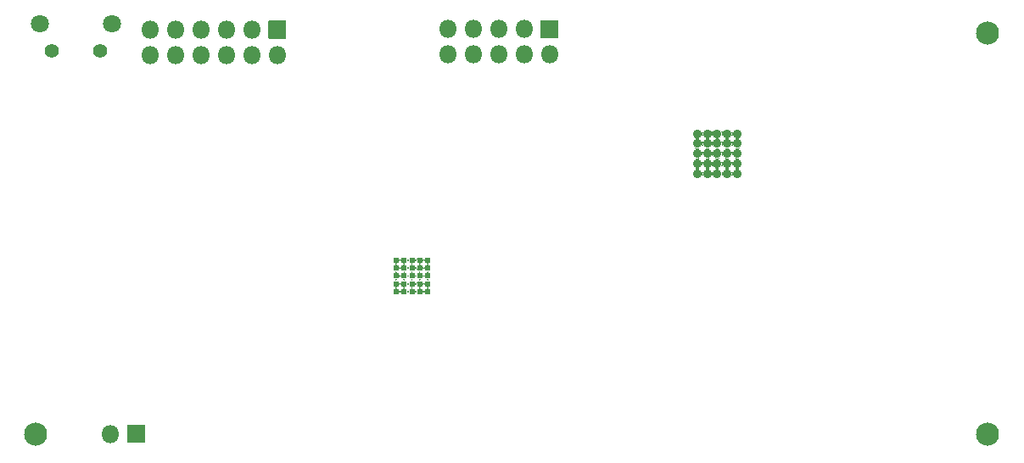
<source format=gbs>
%TF.GenerationSoftware,KiCad,Pcbnew,5.1.10*%
%TF.CreationDate,2021-08-22T15:01:52+02:00*%
%TF.ProjectId,epaper-breakout,65706170-6572-42d6-9272-65616b6f7574,rev?*%
%TF.SameCoordinates,Original*%
%TF.FileFunction,Soldermask,Bot*%
%TF.FilePolarity,Negative*%
%FSLAX46Y46*%
G04 Gerber Fmt 4.6, Leading zero omitted, Abs format (unit mm)*
G04 Created by KiCad (PCBNEW 5.1.10) date 2021-08-22 15:01:52*
%MOMM*%
%LPD*%
G01*
G04 APERTURE LIST*
%ADD10O,1.802000X1.802000*%
%ADD11C,1.392000*%
%ADD12C,1.802000*%
%ADD13C,0.902000*%
%ADD14C,0.610000*%
%ADD15C,2.302000*%
%ADD16C,0.100000*%
G04 APERTURE END LIST*
D10*
X34960000Y-62000000D03*
G36*
G01*
X36650000Y-61099000D02*
X38350000Y-61099000D01*
G75*
G02*
X38401000Y-61150000I0J-51000D01*
G01*
X38401000Y-62850000D01*
G75*
G02*
X38350000Y-62901000I-51000J0D01*
G01*
X36650000Y-62901000D01*
G75*
G02*
X36599000Y-62850000I0J51000D01*
G01*
X36599000Y-61150000D01*
G75*
G02*
X36650000Y-61099000I51000J0D01*
G01*
G37*
D11*
X33925000Y-23765000D03*
X29075000Y-23765000D03*
D12*
X35100000Y-21065000D03*
X27900000Y-21065000D03*
D13*
X93500000Y-32020000D03*
X93500000Y-33020000D03*
X93500000Y-34020000D03*
X93500000Y-35020000D03*
X93500000Y-36020000D03*
X94500000Y-36020000D03*
X94500000Y-35020000D03*
X94500000Y-34020000D03*
X94500000Y-33020000D03*
X94500000Y-32020000D03*
X96500000Y-32020000D03*
X96500000Y-33020000D03*
X96500000Y-34020000D03*
X96500000Y-35020000D03*
X96500000Y-36020000D03*
X95500000Y-36020000D03*
X95500000Y-35020000D03*
X95500000Y-34020000D03*
X95500000Y-33020000D03*
X95500000Y-32020000D03*
X97500000Y-36020000D03*
X97500000Y-35020000D03*
X97500000Y-34020000D03*
X97500000Y-33020000D03*
X97500000Y-32020000D03*
D14*
X63449200Y-47802800D03*
X63449200Y-47015400D03*
X63449200Y-46228000D03*
X63449200Y-45440600D03*
X63449200Y-44653200D03*
X64236600Y-47802800D03*
X64236600Y-47015400D03*
X64236600Y-46228000D03*
X64236600Y-45440600D03*
X64236600Y-44653200D03*
X65024000Y-47802800D03*
X65024000Y-47015400D03*
X65024000Y-46228000D03*
X65024000Y-45440600D03*
X65024000Y-44653200D03*
X65811400Y-47802800D03*
X65811400Y-47015400D03*
X65811400Y-46228000D03*
X65811400Y-45440600D03*
X65811400Y-44653200D03*
X66598800Y-47802800D03*
X66598800Y-47015400D03*
X66598800Y-46228000D03*
X66598800Y-45440600D03*
X66598800Y-44653200D03*
D10*
X68580000Y-24130000D03*
X68580000Y-21590000D03*
X71120000Y-24130000D03*
X71120000Y-21590000D03*
X73660000Y-24130000D03*
X73660000Y-21590000D03*
X76200000Y-24130000D03*
X76200000Y-21590000D03*
X78740000Y-24130000D03*
G36*
G01*
X77890000Y-20689000D02*
X79590000Y-20689000D01*
G75*
G02*
X79641000Y-20740000I0J-51000D01*
G01*
X79641000Y-22440000D01*
G75*
G02*
X79590000Y-22491000I-51000J0D01*
G01*
X77890000Y-22491000D01*
G75*
G02*
X77839000Y-22440000I0J51000D01*
G01*
X77839000Y-20740000D01*
G75*
G02*
X77890000Y-20689000I51000J0D01*
G01*
G37*
X38887400Y-24180800D03*
X38887400Y-21640800D03*
X41427400Y-24180800D03*
X41427400Y-21640800D03*
X43967400Y-24180800D03*
X43967400Y-21640800D03*
X46507400Y-24180800D03*
X46507400Y-21640800D03*
X49047400Y-24180800D03*
X49047400Y-21640800D03*
X51587400Y-24180800D03*
G36*
G01*
X50737400Y-20739800D02*
X52437400Y-20739800D01*
G75*
G02*
X52488400Y-20790800I0J-51000D01*
G01*
X52488400Y-22490800D01*
G75*
G02*
X52437400Y-22541800I-51000J0D01*
G01*
X50737400Y-22541800D01*
G75*
G02*
X50686400Y-22490800I0J51000D01*
G01*
X50686400Y-20790800D01*
G75*
G02*
X50737400Y-20739800I51000J0D01*
G01*
G37*
D15*
X122500000Y-62000000D03*
X27500000Y-62000000D03*
X122500000Y-22000000D03*
D16*
G36*
X63957185Y-47687246D02*
G01*
X63957335Y-47689067D01*
X63946657Y-47714845D01*
X63935069Y-47773104D01*
X63935069Y-47832496D01*
X63946657Y-47890755D01*
X63957335Y-47916534D01*
X63957074Y-47918517D01*
X63955226Y-47919282D01*
X63953723Y-47918242D01*
X63945162Y-47902225D01*
X63929867Y-47883588D01*
X63911230Y-47868292D01*
X63889966Y-47856927D01*
X63866891Y-47849927D01*
X63842900Y-47847564D01*
X63818909Y-47849927D01*
X63795834Y-47856927D01*
X63774571Y-47868292D01*
X63755934Y-47883587D01*
X63740638Y-47902224D01*
X63732077Y-47918241D01*
X63730378Y-47919297D01*
X63728615Y-47918354D01*
X63728465Y-47916533D01*
X63739143Y-47890755D01*
X63750731Y-47832496D01*
X63750731Y-47773104D01*
X63739143Y-47714845D01*
X63728465Y-47689066D01*
X63728726Y-47687083D01*
X63730574Y-47686318D01*
X63732077Y-47687358D01*
X63740638Y-47703375D01*
X63755933Y-47722012D01*
X63774570Y-47737308D01*
X63795834Y-47748673D01*
X63818909Y-47755673D01*
X63842900Y-47758036D01*
X63866891Y-47755673D01*
X63889966Y-47748673D01*
X63911229Y-47737308D01*
X63929866Y-47722013D01*
X63945162Y-47703376D01*
X63953723Y-47687359D01*
X63955422Y-47686303D01*
X63957185Y-47687246D01*
G37*
G36*
X64744585Y-47687246D02*
G01*
X64744735Y-47689067D01*
X64734057Y-47714845D01*
X64722469Y-47773104D01*
X64722469Y-47832496D01*
X64734057Y-47890755D01*
X64744735Y-47916534D01*
X64744474Y-47918517D01*
X64742626Y-47919282D01*
X64741123Y-47918242D01*
X64732562Y-47902225D01*
X64717267Y-47883588D01*
X64698630Y-47868292D01*
X64677366Y-47856927D01*
X64654291Y-47849927D01*
X64630300Y-47847564D01*
X64606309Y-47849927D01*
X64583234Y-47856927D01*
X64561971Y-47868292D01*
X64543334Y-47883587D01*
X64528038Y-47902224D01*
X64519477Y-47918241D01*
X64517778Y-47919297D01*
X64516015Y-47918354D01*
X64515865Y-47916533D01*
X64526543Y-47890755D01*
X64538131Y-47832496D01*
X64538131Y-47773104D01*
X64526543Y-47714845D01*
X64515865Y-47689066D01*
X64516126Y-47687083D01*
X64517974Y-47686318D01*
X64519477Y-47687358D01*
X64528038Y-47703375D01*
X64543333Y-47722012D01*
X64561970Y-47737308D01*
X64583234Y-47748673D01*
X64606309Y-47755673D01*
X64630300Y-47758036D01*
X64654291Y-47755673D01*
X64677366Y-47748673D01*
X64698629Y-47737308D01*
X64717266Y-47722013D01*
X64732562Y-47703376D01*
X64741123Y-47687359D01*
X64742822Y-47686303D01*
X64744585Y-47687246D01*
G37*
G36*
X65531985Y-47687246D02*
G01*
X65532135Y-47689067D01*
X65521457Y-47714845D01*
X65509869Y-47773104D01*
X65509869Y-47832496D01*
X65521457Y-47890755D01*
X65532135Y-47916534D01*
X65531874Y-47918517D01*
X65530026Y-47919282D01*
X65528523Y-47918242D01*
X65519962Y-47902225D01*
X65504667Y-47883588D01*
X65486030Y-47868292D01*
X65464766Y-47856927D01*
X65441691Y-47849927D01*
X65417700Y-47847564D01*
X65393709Y-47849927D01*
X65370634Y-47856927D01*
X65349371Y-47868292D01*
X65330734Y-47883587D01*
X65315438Y-47902224D01*
X65306877Y-47918241D01*
X65305178Y-47919297D01*
X65303415Y-47918354D01*
X65303265Y-47916533D01*
X65313943Y-47890755D01*
X65325531Y-47832496D01*
X65325531Y-47773104D01*
X65313943Y-47714845D01*
X65303265Y-47689066D01*
X65303526Y-47687083D01*
X65305374Y-47686318D01*
X65306877Y-47687358D01*
X65315438Y-47703375D01*
X65330733Y-47722012D01*
X65349370Y-47737308D01*
X65370634Y-47748673D01*
X65393709Y-47755673D01*
X65417700Y-47758036D01*
X65441691Y-47755673D01*
X65464766Y-47748673D01*
X65486029Y-47737308D01*
X65504666Y-47722013D01*
X65519962Y-47703376D01*
X65528523Y-47687359D01*
X65530222Y-47686303D01*
X65531985Y-47687246D01*
G37*
G36*
X66319385Y-47687246D02*
G01*
X66319535Y-47689067D01*
X66308857Y-47714845D01*
X66297269Y-47773104D01*
X66297269Y-47832496D01*
X66308857Y-47890755D01*
X66319535Y-47916534D01*
X66319274Y-47918517D01*
X66317426Y-47919282D01*
X66315923Y-47918242D01*
X66307362Y-47902225D01*
X66292067Y-47883588D01*
X66273430Y-47868292D01*
X66252166Y-47856927D01*
X66229091Y-47849927D01*
X66205100Y-47847564D01*
X66181109Y-47849927D01*
X66158034Y-47856927D01*
X66136771Y-47868292D01*
X66118134Y-47883587D01*
X66102838Y-47902224D01*
X66094277Y-47918241D01*
X66092578Y-47919297D01*
X66090815Y-47918354D01*
X66090665Y-47916533D01*
X66101343Y-47890755D01*
X66112931Y-47832496D01*
X66112931Y-47773104D01*
X66101343Y-47714845D01*
X66090665Y-47689066D01*
X66090926Y-47687083D01*
X66092774Y-47686318D01*
X66094277Y-47687358D01*
X66102838Y-47703375D01*
X66118133Y-47722012D01*
X66136770Y-47737308D01*
X66158034Y-47748673D01*
X66181109Y-47755673D01*
X66205100Y-47758036D01*
X66229091Y-47755673D01*
X66252166Y-47748673D01*
X66273429Y-47737308D01*
X66292066Y-47722013D01*
X66307362Y-47703376D01*
X66315923Y-47687359D01*
X66317622Y-47686303D01*
X66319385Y-47687246D01*
G37*
G36*
X64352317Y-47294926D02*
G01*
X64353082Y-47296774D01*
X64352042Y-47298277D01*
X64336025Y-47306838D01*
X64317388Y-47322133D01*
X64302092Y-47340770D01*
X64290727Y-47362034D01*
X64283727Y-47385109D01*
X64281364Y-47409100D01*
X64283727Y-47433091D01*
X64290727Y-47456166D01*
X64302092Y-47477429D01*
X64317387Y-47496066D01*
X64336024Y-47511362D01*
X64352041Y-47519923D01*
X64353097Y-47521622D01*
X64352154Y-47523385D01*
X64350333Y-47523535D01*
X64324555Y-47512857D01*
X64266296Y-47501269D01*
X64206904Y-47501269D01*
X64148645Y-47512857D01*
X64122866Y-47523535D01*
X64120883Y-47523274D01*
X64120118Y-47521426D01*
X64121158Y-47519923D01*
X64137175Y-47511362D01*
X64155812Y-47496067D01*
X64171108Y-47477430D01*
X64182473Y-47456166D01*
X64189473Y-47433091D01*
X64191836Y-47409100D01*
X64189473Y-47385109D01*
X64182473Y-47362034D01*
X64171108Y-47340771D01*
X64155813Y-47322134D01*
X64137176Y-47306838D01*
X64121159Y-47298277D01*
X64120103Y-47296578D01*
X64121046Y-47294815D01*
X64122867Y-47294665D01*
X64148645Y-47305343D01*
X64206904Y-47316931D01*
X64266296Y-47316931D01*
X64324555Y-47305343D01*
X64350334Y-47294665D01*
X64352317Y-47294926D01*
G37*
G36*
X66714517Y-47294926D02*
G01*
X66715282Y-47296774D01*
X66714242Y-47298277D01*
X66698225Y-47306838D01*
X66679588Y-47322133D01*
X66664292Y-47340770D01*
X66652927Y-47362034D01*
X66645927Y-47385109D01*
X66643564Y-47409100D01*
X66645927Y-47433091D01*
X66652927Y-47456166D01*
X66664292Y-47477429D01*
X66679587Y-47496066D01*
X66698224Y-47511362D01*
X66714241Y-47519923D01*
X66715297Y-47521622D01*
X66714354Y-47523385D01*
X66712533Y-47523535D01*
X66686755Y-47512857D01*
X66628496Y-47501269D01*
X66569104Y-47501269D01*
X66510845Y-47512857D01*
X66485066Y-47523535D01*
X66483083Y-47523274D01*
X66482318Y-47521426D01*
X66483358Y-47519923D01*
X66499375Y-47511362D01*
X66518012Y-47496067D01*
X66533308Y-47477430D01*
X66544673Y-47456166D01*
X66551673Y-47433091D01*
X66554036Y-47409100D01*
X66551673Y-47385109D01*
X66544673Y-47362034D01*
X66533308Y-47340771D01*
X66518013Y-47322134D01*
X66499376Y-47306838D01*
X66483359Y-47298277D01*
X66482303Y-47296578D01*
X66483246Y-47294815D01*
X66485067Y-47294665D01*
X66510845Y-47305343D01*
X66569104Y-47316931D01*
X66628496Y-47316931D01*
X66686755Y-47305343D01*
X66712534Y-47294665D01*
X66714517Y-47294926D01*
G37*
G36*
X65927117Y-47294926D02*
G01*
X65927882Y-47296774D01*
X65926842Y-47298277D01*
X65910825Y-47306838D01*
X65892188Y-47322133D01*
X65876892Y-47340770D01*
X65865527Y-47362034D01*
X65858527Y-47385109D01*
X65856164Y-47409100D01*
X65858527Y-47433091D01*
X65865527Y-47456166D01*
X65876892Y-47477429D01*
X65892187Y-47496066D01*
X65910824Y-47511362D01*
X65926841Y-47519923D01*
X65927897Y-47521622D01*
X65926954Y-47523385D01*
X65925133Y-47523535D01*
X65899355Y-47512857D01*
X65841096Y-47501269D01*
X65781704Y-47501269D01*
X65723445Y-47512857D01*
X65697666Y-47523535D01*
X65695683Y-47523274D01*
X65694918Y-47521426D01*
X65695958Y-47519923D01*
X65711975Y-47511362D01*
X65730612Y-47496067D01*
X65745908Y-47477430D01*
X65757273Y-47456166D01*
X65764273Y-47433091D01*
X65766636Y-47409100D01*
X65764273Y-47385109D01*
X65757273Y-47362034D01*
X65745908Y-47340771D01*
X65730613Y-47322134D01*
X65711976Y-47306838D01*
X65695959Y-47298277D01*
X65694903Y-47296578D01*
X65695846Y-47294815D01*
X65697667Y-47294665D01*
X65723445Y-47305343D01*
X65781704Y-47316931D01*
X65841096Y-47316931D01*
X65899355Y-47305343D01*
X65925134Y-47294665D01*
X65927117Y-47294926D01*
G37*
G36*
X63564917Y-47294926D02*
G01*
X63565682Y-47296774D01*
X63564642Y-47298277D01*
X63548625Y-47306838D01*
X63529988Y-47322133D01*
X63514692Y-47340770D01*
X63503327Y-47362034D01*
X63496327Y-47385109D01*
X63493964Y-47409100D01*
X63496327Y-47433091D01*
X63503327Y-47456166D01*
X63514692Y-47477429D01*
X63529987Y-47496066D01*
X63548624Y-47511362D01*
X63564641Y-47519923D01*
X63565697Y-47521622D01*
X63564754Y-47523385D01*
X63562933Y-47523535D01*
X63537155Y-47512857D01*
X63478896Y-47501269D01*
X63419504Y-47501269D01*
X63361245Y-47512857D01*
X63335466Y-47523535D01*
X63333483Y-47523274D01*
X63332718Y-47521426D01*
X63333758Y-47519923D01*
X63349775Y-47511362D01*
X63368412Y-47496067D01*
X63383708Y-47477430D01*
X63395073Y-47456166D01*
X63402073Y-47433091D01*
X63404436Y-47409100D01*
X63402073Y-47385109D01*
X63395073Y-47362034D01*
X63383708Y-47340771D01*
X63368413Y-47322134D01*
X63349776Y-47306838D01*
X63333759Y-47298277D01*
X63332703Y-47296578D01*
X63333646Y-47294815D01*
X63335467Y-47294665D01*
X63361245Y-47305343D01*
X63419504Y-47316931D01*
X63478896Y-47316931D01*
X63537155Y-47305343D01*
X63562934Y-47294665D01*
X63564917Y-47294926D01*
G37*
G36*
X65139717Y-47294926D02*
G01*
X65140482Y-47296774D01*
X65139442Y-47298277D01*
X65123425Y-47306838D01*
X65104788Y-47322133D01*
X65089492Y-47340770D01*
X65078127Y-47362034D01*
X65071127Y-47385109D01*
X65068764Y-47409100D01*
X65071127Y-47433091D01*
X65078127Y-47456166D01*
X65089492Y-47477429D01*
X65104787Y-47496066D01*
X65123424Y-47511362D01*
X65139441Y-47519923D01*
X65140497Y-47521622D01*
X65139554Y-47523385D01*
X65137733Y-47523535D01*
X65111955Y-47512857D01*
X65053696Y-47501269D01*
X64994304Y-47501269D01*
X64936045Y-47512857D01*
X64910266Y-47523535D01*
X64908283Y-47523274D01*
X64907518Y-47521426D01*
X64908558Y-47519923D01*
X64924575Y-47511362D01*
X64943212Y-47496067D01*
X64958508Y-47477430D01*
X64969873Y-47456166D01*
X64976873Y-47433091D01*
X64979236Y-47409100D01*
X64976873Y-47385109D01*
X64969873Y-47362034D01*
X64958508Y-47340771D01*
X64943213Y-47322134D01*
X64924576Y-47306838D01*
X64908559Y-47298277D01*
X64907503Y-47296578D01*
X64908446Y-47294815D01*
X64910267Y-47294665D01*
X64936045Y-47305343D01*
X64994304Y-47316931D01*
X65053696Y-47316931D01*
X65111955Y-47305343D01*
X65137734Y-47294665D01*
X65139717Y-47294926D01*
G37*
G36*
X63957185Y-46899846D02*
G01*
X63957335Y-46901667D01*
X63946657Y-46927445D01*
X63935069Y-46985704D01*
X63935069Y-47045096D01*
X63946657Y-47103355D01*
X63957335Y-47129134D01*
X63957074Y-47131117D01*
X63955226Y-47131882D01*
X63953723Y-47130842D01*
X63945162Y-47114825D01*
X63929867Y-47096188D01*
X63911230Y-47080892D01*
X63889966Y-47069527D01*
X63866891Y-47062527D01*
X63842900Y-47060164D01*
X63818909Y-47062527D01*
X63795834Y-47069527D01*
X63774571Y-47080892D01*
X63755934Y-47096187D01*
X63740638Y-47114824D01*
X63732077Y-47130841D01*
X63730378Y-47131897D01*
X63728615Y-47130954D01*
X63728465Y-47129133D01*
X63739143Y-47103355D01*
X63750731Y-47045096D01*
X63750731Y-46985704D01*
X63739143Y-46927445D01*
X63728465Y-46901666D01*
X63728726Y-46899683D01*
X63730574Y-46898918D01*
X63732077Y-46899958D01*
X63740638Y-46915975D01*
X63755933Y-46934612D01*
X63774570Y-46949908D01*
X63795834Y-46961273D01*
X63818909Y-46968273D01*
X63842900Y-46970636D01*
X63866891Y-46968273D01*
X63889966Y-46961273D01*
X63911229Y-46949908D01*
X63929866Y-46934613D01*
X63945162Y-46915976D01*
X63953723Y-46899959D01*
X63955422Y-46898903D01*
X63957185Y-46899846D01*
G37*
G36*
X65531985Y-46899846D02*
G01*
X65532135Y-46901667D01*
X65521457Y-46927445D01*
X65509869Y-46985704D01*
X65509869Y-47045096D01*
X65521457Y-47103355D01*
X65532135Y-47129134D01*
X65531874Y-47131117D01*
X65530026Y-47131882D01*
X65528523Y-47130842D01*
X65519962Y-47114825D01*
X65504667Y-47096188D01*
X65486030Y-47080892D01*
X65464766Y-47069527D01*
X65441691Y-47062527D01*
X65417700Y-47060164D01*
X65393709Y-47062527D01*
X65370634Y-47069527D01*
X65349371Y-47080892D01*
X65330734Y-47096187D01*
X65315438Y-47114824D01*
X65306877Y-47130841D01*
X65305178Y-47131897D01*
X65303415Y-47130954D01*
X65303265Y-47129133D01*
X65313943Y-47103355D01*
X65325531Y-47045096D01*
X65325531Y-46985704D01*
X65313943Y-46927445D01*
X65303265Y-46901666D01*
X65303526Y-46899683D01*
X65305374Y-46898918D01*
X65306877Y-46899958D01*
X65315438Y-46915975D01*
X65330733Y-46934612D01*
X65349370Y-46949908D01*
X65370634Y-46961273D01*
X65393709Y-46968273D01*
X65417700Y-46970636D01*
X65441691Y-46968273D01*
X65464766Y-46961273D01*
X65486029Y-46949908D01*
X65504666Y-46934613D01*
X65519962Y-46915976D01*
X65528523Y-46899959D01*
X65530222Y-46898903D01*
X65531985Y-46899846D01*
G37*
G36*
X64744585Y-46899846D02*
G01*
X64744735Y-46901667D01*
X64734057Y-46927445D01*
X64722469Y-46985704D01*
X64722469Y-47045096D01*
X64734057Y-47103355D01*
X64744735Y-47129134D01*
X64744474Y-47131117D01*
X64742626Y-47131882D01*
X64741123Y-47130842D01*
X64732562Y-47114825D01*
X64717267Y-47096188D01*
X64698630Y-47080892D01*
X64677366Y-47069527D01*
X64654291Y-47062527D01*
X64630300Y-47060164D01*
X64606309Y-47062527D01*
X64583234Y-47069527D01*
X64561971Y-47080892D01*
X64543334Y-47096187D01*
X64528038Y-47114824D01*
X64519477Y-47130841D01*
X64517778Y-47131897D01*
X64516015Y-47130954D01*
X64515865Y-47129133D01*
X64526543Y-47103355D01*
X64538131Y-47045096D01*
X64538131Y-46985704D01*
X64526543Y-46927445D01*
X64515865Y-46901666D01*
X64516126Y-46899683D01*
X64517974Y-46898918D01*
X64519477Y-46899958D01*
X64528038Y-46915975D01*
X64543333Y-46934612D01*
X64561970Y-46949908D01*
X64583234Y-46961273D01*
X64606309Y-46968273D01*
X64630300Y-46970636D01*
X64654291Y-46968273D01*
X64677366Y-46961273D01*
X64698629Y-46949908D01*
X64717266Y-46934613D01*
X64732562Y-46915976D01*
X64741123Y-46899959D01*
X64742822Y-46898903D01*
X64744585Y-46899846D01*
G37*
G36*
X66319385Y-46899846D02*
G01*
X66319535Y-46901667D01*
X66308857Y-46927445D01*
X66297269Y-46985704D01*
X66297269Y-47045096D01*
X66308857Y-47103355D01*
X66319535Y-47129134D01*
X66319274Y-47131117D01*
X66317426Y-47131882D01*
X66315923Y-47130842D01*
X66307362Y-47114825D01*
X66292067Y-47096188D01*
X66273430Y-47080892D01*
X66252166Y-47069527D01*
X66229091Y-47062527D01*
X66205100Y-47060164D01*
X66181109Y-47062527D01*
X66158034Y-47069527D01*
X66136771Y-47080892D01*
X66118134Y-47096187D01*
X66102838Y-47114824D01*
X66094277Y-47130841D01*
X66092578Y-47131897D01*
X66090815Y-47130954D01*
X66090665Y-47129133D01*
X66101343Y-47103355D01*
X66112931Y-47045096D01*
X66112931Y-46985704D01*
X66101343Y-46927445D01*
X66090665Y-46901666D01*
X66090926Y-46899683D01*
X66092774Y-46898918D01*
X66094277Y-46899958D01*
X66102838Y-46915975D01*
X66118133Y-46934612D01*
X66136770Y-46949908D01*
X66158034Y-46961273D01*
X66181109Y-46968273D01*
X66205100Y-46970636D01*
X66229091Y-46968273D01*
X66252166Y-46961273D01*
X66273429Y-46949908D01*
X66292066Y-46934613D01*
X66307362Y-46915976D01*
X66315923Y-46899959D01*
X66317622Y-46898903D01*
X66319385Y-46899846D01*
G37*
G36*
X65927117Y-46507526D02*
G01*
X65927882Y-46509374D01*
X65926842Y-46510877D01*
X65910825Y-46519438D01*
X65892188Y-46534733D01*
X65876892Y-46553370D01*
X65865527Y-46574634D01*
X65858527Y-46597709D01*
X65856164Y-46621700D01*
X65858527Y-46645691D01*
X65865527Y-46668766D01*
X65876892Y-46690029D01*
X65892187Y-46708666D01*
X65910824Y-46723962D01*
X65926841Y-46732523D01*
X65927897Y-46734222D01*
X65926954Y-46735985D01*
X65925133Y-46736135D01*
X65899355Y-46725457D01*
X65841096Y-46713869D01*
X65781704Y-46713869D01*
X65723445Y-46725457D01*
X65697666Y-46736135D01*
X65695683Y-46735874D01*
X65694918Y-46734026D01*
X65695958Y-46732523D01*
X65711975Y-46723962D01*
X65730612Y-46708667D01*
X65745908Y-46690030D01*
X65757273Y-46668766D01*
X65764273Y-46645691D01*
X65766636Y-46621700D01*
X65764273Y-46597709D01*
X65757273Y-46574634D01*
X65745908Y-46553371D01*
X65730613Y-46534734D01*
X65711976Y-46519438D01*
X65695959Y-46510877D01*
X65694903Y-46509178D01*
X65695846Y-46507415D01*
X65697667Y-46507265D01*
X65723445Y-46517943D01*
X65781704Y-46529531D01*
X65841096Y-46529531D01*
X65899355Y-46517943D01*
X65925134Y-46507265D01*
X65927117Y-46507526D01*
G37*
G36*
X65139717Y-46507526D02*
G01*
X65140482Y-46509374D01*
X65139442Y-46510877D01*
X65123425Y-46519438D01*
X65104788Y-46534733D01*
X65089492Y-46553370D01*
X65078127Y-46574634D01*
X65071127Y-46597709D01*
X65068764Y-46621700D01*
X65071127Y-46645691D01*
X65078127Y-46668766D01*
X65089492Y-46690029D01*
X65104787Y-46708666D01*
X65123424Y-46723962D01*
X65139441Y-46732523D01*
X65140497Y-46734222D01*
X65139554Y-46735985D01*
X65137733Y-46736135D01*
X65111955Y-46725457D01*
X65053696Y-46713869D01*
X64994304Y-46713869D01*
X64936045Y-46725457D01*
X64910266Y-46736135D01*
X64908283Y-46735874D01*
X64907518Y-46734026D01*
X64908558Y-46732523D01*
X64924575Y-46723962D01*
X64943212Y-46708667D01*
X64958508Y-46690030D01*
X64969873Y-46668766D01*
X64976873Y-46645691D01*
X64979236Y-46621700D01*
X64976873Y-46597709D01*
X64969873Y-46574634D01*
X64958508Y-46553371D01*
X64943213Y-46534734D01*
X64924576Y-46519438D01*
X64908559Y-46510877D01*
X64907503Y-46509178D01*
X64908446Y-46507415D01*
X64910267Y-46507265D01*
X64936045Y-46517943D01*
X64994304Y-46529531D01*
X65053696Y-46529531D01*
X65111955Y-46517943D01*
X65137734Y-46507265D01*
X65139717Y-46507526D01*
G37*
G36*
X66714517Y-46507526D02*
G01*
X66715282Y-46509374D01*
X66714242Y-46510877D01*
X66698225Y-46519438D01*
X66679588Y-46534733D01*
X66664292Y-46553370D01*
X66652927Y-46574634D01*
X66645927Y-46597709D01*
X66643564Y-46621700D01*
X66645927Y-46645691D01*
X66652927Y-46668766D01*
X66664292Y-46690029D01*
X66679587Y-46708666D01*
X66698224Y-46723962D01*
X66714241Y-46732523D01*
X66715297Y-46734222D01*
X66714354Y-46735985D01*
X66712533Y-46736135D01*
X66686755Y-46725457D01*
X66628496Y-46713869D01*
X66569104Y-46713869D01*
X66510845Y-46725457D01*
X66485066Y-46736135D01*
X66483083Y-46735874D01*
X66482318Y-46734026D01*
X66483358Y-46732523D01*
X66499375Y-46723962D01*
X66518012Y-46708667D01*
X66533308Y-46690030D01*
X66544673Y-46668766D01*
X66551673Y-46645691D01*
X66554036Y-46621700D01*
X66551673Y-46597709D01*
X66544673Y-46574634D01*
X66533308Y-46553371D01*
X66518013Y-46534734D01*
X66499376Y-46519438D01*
X66483359Y-46510877D01*
X66482303Y-46509178D01*
X66483246Y-46507415D01*
X66485067Y-46507265D01*
X66510845Y-46517943D01*
X66569104Y-46529531D01*
X66628496Y-46529531D01*
X66686755Y-46517943D01*
X66712534Y-46507265D01*
X66714517Y-46507526D01*
G37*
G36*
X64352317Y-46507526D02*
G01*
X64353082Y-46509374D01*
X64352042Y-46510877D01*
X64336025Y-46519438D01*
X64317388Y-46534733D01*
X64302092Y-46553370D01*
X64290727Y-46574634D01*
X64283727Y-46597709D01*
X64281364Y-46621700D01*
X64283727Y-46645691D01*
X64290727Y-46668766D01*
X64302092Y-46690029D01*
X64317387Y-46708666D01*
X64336024Y-46723962D01*
X64352041Y-46732523D01*
X64353097Y-46734222D01*
X64352154Y-46735985D01*
X64350333Y-46736135D01*
X64324555Y-46725457D01*
X64266296Y-46713869D01*
X64206904Y-46713869D01*
X64148645Y-46725457D01*
X64122866Y-46736135D01*
X64120883Y-46735874D01*
X64120118Y-46734026D01*
X64121158Y-46732523D01*
X64137175Y-46723962D01*
X64155812Y-46708667D01*
X64171108Y-46690030D01*
X64182473Y-46668766D01*
X64189473Y-46645691D01*
X64191836Y-46621700D01*
X64189473Y-46597709D01*
X64182473Y-46574634D01*
X64171108Y-46553371D01*
X64155813Y-46534734D01*
X64137176Y-46519438D01*
X64121159Y-46510877D01*
X64120103Y-46509178D01*
X64121046Y-46507415D01*
X64122867Y-46507265D01*
X64148645Y-46517943D01*
X64206904Y-46529531D01*
X64266296Y-46529531D01*
X64324555Y-46517943D01*
X64350334Y-46507265D01*
X64352317Y-46507526D01*
G37*
G36*
X63564917Y-46507526D02*
G01*
X63565682Y-46509374D01*
X63564642Y-46510877D01*
X63548625Y-46519438D01*
X63529988Y-46534733D01*
X63514692Y-46553370D01*
X63503327Y-46574634D01*
X63496327Y-46597709D01*
X63493964Y-46621700D01*
X63496327Y-46645691D01*
X63503327Y-46668766D01*
X63514692Y-46690029D01*
X63529987Y-46708666D01*
X63548624Y-46723962D01*
X63564641Y-46732523D01*
X63565697Y-46734222D01*
X63564754Y-46735985D01*
X63562933Y-46736135D01*
X63537155Y-46725457D01*
X63478896Y-46713869D01*
X63419504Y-46713869D01*
X63361245Y-46725457D01*
X63335466Y-46736135D01*
X63333483Y-46735874D01*
X63332718Y-46734026D01*
X63333758Y-46732523D01*
X63349775Y-46723962D01*
X63368412Y-46708667D01*
X63383708Y-46690030D01*
X63395073Y-46668766D01*
X63402073Y-46645691D01*
X63404436Y-46621700D01*
X63402073Y-46597709D01*
X63395073Y-46574634D01*
X63383708Y-46553371D01*
X63368413Y-46534734D01*
X63349776Y-46519438D01*
X63333759Y-46510877D01*
X63332703Y-46509178D01*
X63333646Y-46507415D01*
X63335467Y-46507265D01*
X63361245Y-46517943D01*
X63419504Y-46529531D01*
X63478896Y-46529531D01*
X63537155Y-46517943D01*
X63562934Y-46507265D01*
X63564917Y-46507526D01*
G37*
G36*
X66319385Y-46112446D02*
G01*
X66319535Y-46114267D01*
X66308857Y-46140045D01*
X66297269Y-46198304D01*
X66297269Y-46257696D01*
X66308857Y-46315955D01*
X66319535Y-46341734D01*
X66319274Y-46343717D01*
X66317426Y-46344482D01*
X66315923Y-46343442D01*
X66307362Y-46327425D01*
X66292067Y-46308788D01*
X66273430Y-46293492D01*
X66252166Y-46282127D01*
X66229091Y-46275127D01*
X66205100Y-46272764D01*
X66181109Y-46275127D01*
X66158034Y-46282127D01*
X66136771Y-46293492D01*
X66118134Y-46308787D01*
X66102838Y-46327424D01*
X66094277Y-46343441D01*
X66092578Y-46344497D01*
X66090815Y-46343554D01*
X66090665Y-46341733D01*
X66101343Y-46315955D01*
X66112931Y-46257696D01*
X66112931Y-46198304D01*
X66101343Y-46140045D01*
X66090665Y-46114266D01*
X66090926Y-46112283D01*
X66092774Y-46111518D01*
X66094277Y-46112558D01*
X66102838Y-46128575D01*
X66118133Y-46147212D01*
X66136770Y-46162508D01*
X66158034Y-46173873D01*
X66181109Y-46180873D01*
X66205100Y-46183236D01*
X66229091Y-46180873D01*
X66252166Y-46173873D01*
X66273429Y-46162508D01*
X66292066Y-46147213D01*
X66307362Y-46128576D01*
X66315923Y-46112559D01*
X66317622Y-46111503D01*
X66319385Y-46112446D01*
G37*
G36*
X65531985Y-46112446D02*
G01*
X65532135Y-46114267D01*
X65521457Y-46140045D01*
X65509869Y-46198304D01*
X65509869Y-46257696D01*
X65521457Y-46315955D01*
X65532135Y-46341734D01*
X65531874Y-46343717D01*
X65530026Y-46344482D01*
X65528523Y-46343442D01*
X65519962Y-46327425D01*
X65504667Y-46308788D01*
X65486030Y-46293492D01*
X65464766Y-46282127D01*
X65441691Y-46275127D01*
X65417700Y-46272764D01*
X65393709Y-46275127D01*
X65370634Y-46282127D01*
X65349371Y-46293492D01*
X65330734Y-46308787D01*
X65315438Y-46327424D01*
X65306877Y-46343441D01*
X65305178Y-46344497D01*
X65303415Y-46343554D01*
X65303265Y-46341733D01*
X65313943Y-46315955D01*
X65325531Y-46257696D01*
X65325531Y-46198304D01*
X65313943Y-46140045D01*
X65303265Y-46114266D01*
X65303526Y-46112283D01*
X65305374Y-46111518D01*
X65306877Y-46112558D01*
X65315438Y-46128575D01*
X65330733Y-46147212D01*
X65349370Y-46162508D01*
X65370634Y-46173873D01*
X65393709Y-46180873D01*
X65417700Y-46183236D01*
X65441691Y-46180873D01*
X65464766Y-46173873D01*
X65486029Y-46162508D01*
X65504666Y-46147213D01*
X65519962Y-46128576D01*
X65528523Y-46112559D01*
X65530222Y-46111503D01*
X65531985Y-46112446D01*
G37*
G36*
X64744585Y-46112446D02*
G01*
X64744735Y-46114267D01*
X64734057Y-46140045D01*
X64722469Y-46198304D01*
X64722469Y-46257696D01*
X64734057Y-46315955D01*
X64744735Y-46341734D01*
X64744474Y-46343717D01*
X64742626Y-46344482D01*
X64741123Y-46343442D01*
X64732562Y-46327425D01*
X64717267Y-46308788D01*
X64698630Y-46293492D01*
X64677366Y-46282127D01*
X64654291Y-46275127D01*
X64630300Y-46272764D01*
X64606309Y-46275127D01*
X64583234Y-46282127D01*
X64561971Y-46293492D01*
X64543334Y-46308787D01*
X64528038Y-46327424D01*
X64519477Y-46343441D01*
X64517778Y-46344497D01*
X64516015Y-46343554D01*
X64515865Y-46341733D01*
X64526543Y-46315955D01*
X64538131Y-46257696D01*
X64538131Y-46198304D01*
X64526543Y-46140045D01*
X64515865Y-46114266D01*
X64516126Y-46112283D01*
X64517974Y-46111518D01*
X64519477Y-46112558D01*
X64528038Y-46128575D01*
X64543333Y-46147212D01*
X64561970Y-46162508D01*
X64583234Y-46173873D01*
X64606309Y-46180873D01*
X64630300Y-46183236D01*
X64654291Y-46180873D01*
X64677366Y-46173873D01*
X64698629Y-46162508D01*
X64717266Y-46147213D01*
X64732562Y-46128576D01*
X64741123Y-46112559D01*
X64742822Y-46111503D01*
X64744585Y-46112446D01*
G37*
G36*
X63957185Y-46112446D02*
G01*
X63957335Y-46114267D01*
X63946657Y-46140045D01*
X63935069Y-46198304D01*
X63935069Y-46257696D01*
X63946657Y-46315955D01*
X63957335Y-46341734D01*
X63957074Y-46343717D01*
X63955226Y-46344482D01*
X63953723Y-46343442D01*
X63945162Y-46327425D01*
X63929867Y-46308788D01*
X63911230Y-46293492D01*
X63889966Y-46282127D01*
X63866891Y-46275127D01*
X63842900Y-46272764D01*
X63818909Y-46275127D01*
X63795834Y-46282127D01*
X63774571Y-46293492D01*
X63755934Y-46308787D01*
X63740638Y-46327424D01*
X63732077Y-46343441D01*
X63730378Y-46344497D01*
X63728615Y-46343554D01*
X63728465Y-46341733D01*
X63739143Y-46315955D01*
X63750731Y-46257696D01*
X63750731Y-46198304D01*
X63739143Y-46140045D01*
X63728465Y-46114266D01*
X63728726Y-46112283D01*
X63730574Y-46111518D01*
X63732077Y-46112558D01*
X63740638Y-46128575D01*
X63755933Y-46147212D01*
X63774570Y-46162508D01*
X63795834Y-46173873D01*
X63818909Y-46180873D01*
X63842900Y-46183236D01*
X63866891Y-46180873D01*
X63889966Y-46173873D01*
X63911229Y-46162508D01*
X63929866Y-46147213D01*
X63945162Y-46128576D01*
X63953723Y-46112559D01*
X63955422Y-46111503D01*
X63957185Y-46112446D01*
G37*
G36*
X66714517Y-45720126D02*
G01*
X66715282Y-45721974D01*
X66714242Y-45723477D01*
X66698225Y-45732038D01*
X66679588Y-45747333D01*
X66664292Y-45765970D01*
X66652927Y-45787234D01*
X66645927Y-45810309D01*
X66643564Y-45834300D01*
X66645927Y-45858291D01*
X66652927Y-45881366D01*
X66664292Y-45902629D01*
X66679587Y-45921266D01*
X66698224Y-45936562D01*
X66714241Y-45945123D01*
X66715297Y-45946822D01*
X66714354Y-45948585D01*
X66712533Y-45948735D01*
X66686755Y-45938057D01*
X66628496Y-45926469D01*
X66569104Y-45926469D01*
X66510845Y-45938057D01*
X66485066Y-45948735D01*
X66483083Y-45948474D01*
X66482318Y-45946626D01*
X66483358Y-45945123D01*
X66499375Y-45936562D01*
X66518012Y-45921267D01*
X66533308Y-45902630D01*
X66544673Y-45881366D01*
X66551673Y-45858291D01*
X66554036Y-45834300D01*
X66551673Y-45810309D01*
X66544673Y-45787234D01*
X66533308Y-45765971D01*
X66518013Y-45747334D01*
X66499376Y-45732038D01*
X66483359Y-45723477D01*
X66482303Y-45721778D01*
X66483246Y-45720015D01*
X66485067Y-45719865D01*
X66510845Y-45730543D01*
X66569104Y-45742131D01*
X66628496Y-45742131D01*
X66686755Y-45730543D01*
X66712534Y-45719865D01*
X66714517Y-45720126D01*
G37*
G36*
X63564917Y-45720126D02*
G01*
X63565682Y-45721974D01*
X63564642Y-45723477D01*
X63548625Y-45732038D01*
X63529988Y-45747333D01*
X63514692Y-45765970D01*
X63503327Y-45787234D01*
X63496327Y-45810309D01*
X63493964Y-45834300D01*
X63496327Y-45858291D01*
X63503327Y-45881366D01*
X63514692Y-45902629D01*
X63529987Y-45921266D01*
X63548624Y-45936562D01*
X63564641Y-45945123D01*
X63565697Y-45946822D01*
X63564754Y-45948585D01*
X63562933Y-45948735D01*
X63537155Y-45938057D01*
X63478896Y-45926469D01*
X63419504Y-45926469D01*
X63361245Y-45938057D01*
X63335466Y-45948735D01*
X63333483Y-45948474D01*
X63332718Y-45946626D01*
X63333758Y-45945123D01*
X63349775Y-45936562D01*
X63368412Y-45921267D01*
X63383708Y-45902630D01*
X63395073Y-45881366D01*
X63402073Y-45858291D01*
X63404436Y-45834300D01*
X63402073Y-45810309D01*
X63395073Y-45787234D01*
X63383708Y-45765971D01*
X63368413Y-45747334D01*
X63349776Y-45732038D01*
X63333759Y-45723477D01*
X63332703Y-45721778D01*
X63333646Y-45720015D01*
X63335467Y-45719865D01*
X63361245Y-45730543D01*
X63419504Y-45742131D01*
X63478896Y-45742131D01*
X63537155Y-45730543D01*
X63562934Y-45719865D01*
X63564917Y-45720126D01*
G37*
G36*
X65927117Y-45720126D02*
G01*
X65927882Y-45721974D01*
X65926842Y-45723477D01*
X65910825Y-45732038D01*
X65892188Y-45747333D01*
X65876892Y-45765970D01*
X65865527Y-45787234D01*
X65858527Y-45810309D01*
X65856164Y-45834300D01*
X65858527Y-45858291D01*
X65865527Y-45881366D01*
X65876892Y-45902629D01*
X65892187Y-45921266D01*
X65910824Y-45936562D01*
X65926841Y-45945123D01*
X65927897Y-45946822D01*
X65926954Y-45948585D01*
X65925133Y-45948735D01*
X65899355Y-45938057D01*
X65841096Y-45926469D01*
X65781704Y-45926469D01*
X65723445Y-45938057D01*
X65697666Y-45948735D01*
X65695683Y-45948474D01*
X65694918Y-45946626D01*
X65695958Y-45945123D01*
X65711975Y-45936562D01*
X65730612Y-45921267D01*
X65745908Y-45902630D01*
X65757273Y-45881366D01*
X65764273Y-45858291D01*
X65766636Y-45834300D01*
X65764273Y-45810309D01*
X65757273Y-45787234D01*
X65745908Y-45765971D01*
X65730613Y-45747334D01*
X65711976Y-45732038D01*
X65695959Y-45723477D01*
X65694903Y-45721778D01*
X65695846Y-45720015D01*
X65697667Y-45719865D01*
X65723445Y-45730543D01*
X65781704Y-45742131D01*
X65841096Y-45742131D01*
X65899355Y-45730543D01*
X65925134Y-45719865D01*
X65927117Y-45720126D01*
G37*
G36*
X64352317Y-45720126D02*
G01*
X64353082Y-45721974D01*
X64352042Y-45723477D01*
X64336025Y-45732038D01*
X64317388Y-45747333D01*
X64302092Y-45765970D01*
X64290727Y-45787234D01*
X64283727Y-45810309D01*
X64281364Y-45834300D01*
X64283727Y-45858291D01*
X64290727Y-45881366D01*
X64302092Y-45902629D01*
X64317387Y-45921266D01*
X64336024Y-45936562D01*
X64352041Y-45945123D01*
X64353097Y-45946822D01*
X64352154Y-45948585D01*
X64350333Y-45948735D01*
X64324555Y-45938057D01*
X64266296Y-45926469D01*
X64206904Y-45926469D01*
X64148645Y-45938057D01*
X64122866Y-45948735D01*
X64120883Y-45948474D01*
X64120118Y-45946626D01*
X64121158Y-45945123D01*
X64137175Y-45936562D01*
X64155812Y-45921267D01*
X64171108Y-45902630D01*
X64182473Y-45881366D01*
X64189473Y-45858291D01*
X64191836Y-45834300D01*
X64189473Y-45810309D01*
X64182473Y-45787234D01*
X64171108Y-45765971D01*
X64155813Y-45747334D01*
X64137176Y-45732038D01*
X64121159Y-45723477D01*
X64120103Y-45721778D01*
X64121046Y-45720015D01*
X64122867Y-45719865D01*
X64148645Y-45730543D01*
X64206904Y-45742131D01*
X64266296Y-45742131D01*
X64324555Y-45730543D01*
X64350334Y-45719865D01*
X64352317Y-45720126D01*
G37*
G36*
X65139717Y-45720126D02*
G01*
X65140482Y-45721974D01*
X65139442Y-45723477D01*
X65123425Y-45732038D01*
X65104788Y-45747333D01*
X65089492Y-45765970D01*
X65078127Y-45787234D01*
X65071127Y-45810309D01*
X65068764Y-45834300D01*
X65071127Y-45858291D01*
X65078127Y-45881366D01*
X65089492Y-45902629D01*
X65104787Y-45921266D01*
X65123424Y-45936562D01*
X65139441Y-45945123D01*
X65140497Y-45946822D01*
X65139554Y-45948585D01*
X65137733Y-45948735D01*
X65111955Y-45938057D01*
X65053696Y-45926469D01*
X64994304Y-45926469D01*
X64936045Y-45938057D01*
X64910266Y-45948735D01*
X64908283Y-45948474D01*
X64907518Y-45946626D01*
X64908558Y-45945123D01*
X64924575Y-45936562D01*
X64943212Y-45921267D01*
X64958508Y-45902630D01*
X64969873Y-45881366D01*
X64976873Y-45858291D01*
X64979236Y-45834300D01*
X64976873Y-45810309D01*
X64969873Y-45787234D01*
X64958508Y-45765971D01*
X64943213Y-45747334D01*
X64924576Y-45732038D01*
X64908559Y-45723477D01*
X64907503Y-45721778D01*
X64908446Y-45720015D01*
X64910267Y-45719865D01*
X64936045Y-45730543D01*
X64994304Y-45742131D01*
X65053696Y-45742131D01*
X65111955Y-45730543D01*
X65137734Y-45719865D01*
X65139717Y-45720126D01*
G37*
G36*
X64744585Y-45325046D02*
G01*
X64744735Y-45326867D01*
X64734057Y-45352645D01*
X64722469Y-45410904D01*
X64722469Y-45470296D01*
X64734057Y-45528555D01*
X64744735Y-45554334D01*
X64744474Y-45556317D01*
X64742626Y-45557082D01*
X64741123Y-45556042D01*
X64732562Y-45540025D01*
X64717267Y-45521388D01*
X64698630Y-45506092D01*
X64677366Y-45494727D01*
X64654291Y-45487727D01*
X64630300Y-45485364D01*
X64606309Y-45487727D01*
X64583234Y-45494727D01*
X64561971Y-45506092D01*
X64543334Y-45521387D01*
X64528038Y-45540024D01*
X64519477Y-45556041D01*
X64517778Y-45557097D01*
X64516015Y-45556154D01*
X64515865Y-45554333D01*
X64526543Y-45528555D01*
X64538131Y-45470296D01*
X64538131Y-45410904D01*
X64526543Y-45352645D01*
X64515865Y-45326866D01*
X64516126Y-45324883D01*
X64517974Y-45324118D01*
X64519477Y-45325158D01*
X64528038Y-45341175D01*
X64543333Y-45359812D01*
X64561970Y-45375108D01*
X64583234Y-45386473D01*
X64606309Y-45393473D01*
X64630300Y-45395836D01*
X64654291Y-45393473D01*
X64677366Y-45386473D01*
X64698629Y-45375108D01*
X64717266Y-45359813D01*
X64732562Y-45341176D01*
X64741123Y-45325159D01*
X64742822Y-45324103D01*
X64744585Y-45325046D01*
G37*
G36*
X66319385Y-45325046D02*
G01*
X66319535Y-45326867D01*
X66308857Y-45352645D01*
X66297269Y-45410904D01*
X66297269Y-45470296D01*
X66308857Y-45528555D01*
X66319535Y-45554334D01*
X66319274Y-45556317D01*
X66317426Y-45557082D01*
X66315923Y-45556042D01*
X66307362Y-45540025D01*
X66292067Y-45521388D01*
X66273430Y-45506092D01*
X66252166Y-45494727D01*
X66229091Y-45487727D01*
X66205100Y-45485364D01*
X66181109Y-45487727D01*
X66158034Y-45494727D01*
X66136771Y-45506092D01*
X66118134Y-45521387D01*
X66102838Y-45540024D01*
X66094277Y-45556041D01*
X66092578Y-45557097D01*
X66090815Y-45556154D01*
X66090665Y-45554333D01*
X66101343Y-45528555D01*
X66112931Y-45470296D01*
X66112931Y-45410904D01*
X66101343Y-45352645D01*
X66090665Y-45326866D01*
X66090926Y-45324883D01*
X66092774Y-45324118D01*
X66094277Y-45325158D01*
X66102838Y-45341175D01*
X66118133Y-45359812D01*
X66136770Y-45375108D01*
X66158034Y-45386473D01*
X66181109Y-45393473D01*
X66205100Y-45395836D01*
X66229091Y-45393473D01*
X66252166Y-45386473D01*
X66273429Y-45375108D01*
X66292066Y-45359813D01*
X66307362Y-45341176D01*
X66315923Y-45325159D01*
X66317622Y-45324103D01*
X66319385Y-45325046D01*
G37*
G36*
X63957185Y-45325046D02*
G01*
X63957335Y-45326867D01*
X63946657Y-45352645D01*
X63935069Y-45410904D01*
X63935069Y-45470296D01*
X63946657Y-45528555D01*
X63957335Y-45554334D01*
X63957074Y-45556317D01*
X63955226Y-45557082D01*
X63953723Y-45556042D01*
X63945162Y-45540025D01*
X63929867Y-45521388D01*
X63911230Y-45506092D01*
X63889966Y-45494727D01*
X63866891Y-45487727D01*
X63842900Y-45485364D01*
X63818909Y-45487727D01*
X63795834Y-45494727D01*
X63774571Y-45506092D01*
X63755934Y-45521387D01*
X63740638Y-45540024D01*
X63732077Y-45556041D01*
X63730378Y-45557097D01*
X63728615Y-45556154D01*
X63728465Y-45554333D01*
X63739143Y-45528555D01*
X63750731Y-45470296D01*
X63750731Y-45410904D01*
X63739143Y-45352645D01*
X63728465Y-45326866D01*
X63728726Y-45324883D01*
X63730574Y-45324118D01*
X63732077Y-45325158D01*
X63740638Y-45341175D01*
X63755933Y-45359812D01*
X63774570Y-45375108D01*
X63795834Y-45386473D01*
X63818909Y-45393473D01*
X63842900Y-45395836D01*
X63866891Y-45393473D01*
X63889966Y-45386473D01*
X63911229Y-45375108D01*
X63929866Y-45359813D01*
X63945162Y-45341176D01*
X63953723Y-45325159D01*
X63955422Y-45324103D01*
X63957185Y-45325046D01*
G37*
G36*
X65531985Y-45325046D02*
G01*
X65532135Y-45326867D01*
X65521457Y-45352645D01*
X65509869Y-45410904D01*
X65509869Y-45470296D01*
X65521457Y-45528555D01*
X65532135Y-45554334D01*
X65531874Y-45556317D01*
X65530026Y-45557082D01*
X65528523Y-45556042D01*
X65519962Y-45540025D01*
X65504667Y-45521388D01*
X65486030Y-45506092D01*
X65464766Y-45494727D01*
X65441691Y-45487727D01*
X65417700Y-45485364D01*
X65393709Y-45487727D01*
X65370634Y-45494727D01*
X65349371Y-45506092D01*
X65330734Y-45521387D01*
X65315438Y-45540024D01*
X65306877Y-45556041D01*
X65305178Y-45557097D01*
X65303415Y-45556154D01*
X65303265Y-45554333D01*
X65313943Y-45528555D01*
X65325531Y-45470296D01*
X65325531Y-45410904D01*
X65313943Y-45352645D01*
X65303265Y-45326866D01*
X65303526Y-45324883D01*
X65305374Y-45324118D01*
X65306877Y-45325158D01*
X65315438Y-45341175D01*
X65330733Y-45359812D01*
X65349370Y-45375108D01*
X65370634Y-45386473D01*
X65393709Y-45393473D01*
X65417700Y-45395836D01*
X65441691Y-45393473D01*
X65464766Y-45386473D01*
X65486029Y-45375108D01*
X65504666Y-45359813D01*
X65519962Y-45341176D01*
X65528523Y-45325159D01*
X65530222Y-45324103D01*
X65531985Y-45325046D01*
G37*
G36*
X66714517Y-44932726D02*
G01*
X66715282Y-44934574D01*
X66714242Y-44936077D01*
X66698225Y-44944638D01*
X66679588Y-44959933D01*
X66664292Y-44978570D01*
X66652927Y-44999834D01*
X66645927Y-45022909D01*
X66643564Y-45046900D01*
X66645927Y-45070891D01*
X66652927Y-45093966D01*
X66664292Y-45115229D01*
X66679587Y-45133866D01*
X66698224Y-45149162D01*
X66714241Y-45157723D01*
X66715297Y-45159422D01*
X66714354Y-45161185D01*
X66712533Y-45161335D01*
X66686755Y-45150657D01*
X66628496Y-45139069D01*
X66569104Y-45139069D01*
X66510845Y-45150657D01*
X66485066Y-45161335D01*
X66483083Y-45161074D01*
X66482318Y-45159226D01*
X66483358Y-45157723D01*
X66499375Y-45149162D01*
X66518012Y-45133867D01*
X66533308Y-45115230D01*
X66544673Y-45093966D01*
X66551673Y-45070891D01*
X66554036Y-45046900D01*
X66551673Y-45022909D01*
X66544673Y-44999834D01*
X66533308Y-44978571D01*
X66518013Y-44959934D01*
X66499376Y-44944638D01*
X66483359Y-44936077D01*
X66482303Y-44934378D01*
X66483246Y-44932615D01*
X66485067Y-44932465D01*
X66510845Y-44943143D01*
X66569104Y-44954731D01*
X66628496Y-44954731D01*
X66686755Y-44943143D01*
X66712534Y-44932465D01*
X66714517Y-44932726D01*
G37*
G36*
X63564917Y-44932726D02*
G01*
X63565682Y-44934574D01*
X63564642Y-44936077D01*
X63548625Y-44944638D01*
X63529988Y-44959933D01*
X63514692Y-44978570D01*
X63503327Y-44999834D01*
X63496327Y-45022909D01*
X63493964Y-45046900D01*
X63496327Y-45070891D01*
X63503327Y-45093966D01*
X63514692Y-45115229D01*
X63529987Y-45133866D01*
X63548624Y-45149162D01*
X63564641Y-45157723D01*
X63565697Y-45159422D01*
X63564754Y-45161185D01*
X63562933Y-45161335D01*
X63537155Y-45150657D01*
X63478896Y-45139069D01*
X63419504Y-45139069D01*
X63361245Y-45150657D01*
X63335466Y-45161335D01*
X63333483Y-45161074D01*
X63332718Y-45159226D01*
X63333758Y-45157723D01*
X63349775Y-45149162D01*
X63368412Y-45133867D01*
X63383708Y-45115230D01*
X63395073Y-45093966D01*
X63402073Y-45070891D01*
X63404436Y-45046900D01*
X63402073Y-45022909D01*
X63395073Y-44999834D01*
X63383708Y-44978571D01*
X63368413Y-44959934D01*
X63349776Y-44944638D01*
X63333759Y-44936077D01*
X63332703Y-44934378D01*
X63333646Y-44932615D01*
X63335467Y-44932465D01*
X63361245Y-44943143D01*
X63419504Y-44954731D01*
X63478896Y-44954731D01*
X63537155Y-44943143D01*
X63562934Y-44932465D01*
X63564917Y-44932726D01*
G37*
G36*
X65139717Y-44932726D02*
G01*
X65140482Y-44934574D01*
X65139442Y-44936077D01*
X65123425Y-44944638D01*
X65104788Y-44959933D01*
X65089492Y-44978570D01*
X65078127Y-44999834D01*
X65071127Y-45022909D01*
X65068764Y-45046900D01*
X65071127Y-45070891D01*
X65078127Y-45093966D01*
X65089492Y-45115229D01*
X65104787Y-45133866D01*
X65123424Y-45149162D01*
X65139441Y-45157723D01*
X65140497Y-45159422D01*
X65139554Y-45161185D01*
X65137733Y-45161335D01*
X65111955Y-45150657D01*
X65053696Y-45139069D01*
X64994304Y-45139069D01*
X64936045Y-45150657D01*
X64910266Y-45161335D01*
X64908283Y-45161074D01*
X64907518Y-45159226D01*
X64908558Y-45157723D01*
X64924575Y-45149162D01*
X64943212Y-45133867D01*
X64958508Y-45115230D01*
X64969873Y-45093966D01*
X64976873Y-45070891D01*
X64979236Y-45046900D01*
X64976873Y-45022909D01*
X64969873Y-44999834D01*
X64958508Y-44978571D01*
X64943213Y-44959934D01*
X64924576Y-44944638D01*
X64908559Y-44936077D01*
X64907503Y-44934378D01*
X64908446Y-44932615D01*
X64910267Y-44932465D01*
X64936045Y-44943143D01*
X64994304Y-44954731D01*
X65053696Y-44954731D01*
X65111955Y-44943143D01*
X65137734Y-44932465D01*
X65139717Y-44932726D01*
G37*
G36*
X64352317Y-44932726D02*
G01*
X64353082Y-44934574D01*
X64352042Y-44936077D01*
X64336025Y-44944638D01*
X64317388Y-44959933D01*
X64302092Y-44978570D01*
X64290727Y-44999834D01*
X64283727Y-45022909D01*
X64281364Y-45046900D01*
X64283727Y-45070891D01*
X64290727Y-45093966D01*
X64302092Y-45115229D01*
X64317387Y-45133866D01*
X64336024Y-45149162D01*
X64352041Y-45157723D01*
X64353097Y-45159422D01*
X64352154Y-45161185D01*
X64350333Y-45161335D01*
X64324555Y-45150657D01*
X64266296Y-45139069D01*
X64206904Y-45139069D01*
X64148645Y-45150657D01*
X64122866Y-45161335D01*
X64120883Y-45161074D01*
X64120118Y-45159226D01*
X64121158Y-45157723D01*
X64137175Y-45149162D01*
X64155812Y-45133867D01*
X64171108Y-45115230D01*
X64182473Y-45093966D01*
X64189473Y-45070891D01*
X64191836Y-45046900D01*
X64189473Y-45022909D01*
X64182473Y-44999834D01*
X64171108Y-44978571D01*
X64155813Y-44959934D01*
X64137176Y-44944638D01*
X64121159Y-44936077D01*
X64120103Y-44934378D01*
X64121046Y-44932615D01*
X64122867Y-44932465D01*
X64148645Y-44943143D01*
X64206904Y-44954731D01*
X64266296Y-44954731D01*
X64324555Y-44943143D01*
X64350334Y-44932465D01*
X64352317Y-44932726D01*
G37*
G36*
X65927117Y-44932726D02*
G01*
X65927882Y-44934574D01*
X65926842Y-44936077D01*
X65910825Y-44944638D01*
X65892188Y-44959933D01*
X65876892Y-44978570D01*
X65865527Y-44999834D01*
X65858527Y-45022909D01*
X65856164Y-45046900D01*
X65858527Y-45070891D01*
X65865527Y-45093966D01*
X65876892Y-45115229D01*
X65892187Y-45133866D01*
X65910824Y-45149162D01*
X65926841Y-45157723D01*
X65927897Y-45159422D01*
X65926954Y-45161185D01*
X65925133Y-45161335D01*
X65899355Y-45150657D01*
X65841096Y-45139069D01*
X65781704Y-45139069D01*
X65723445Y-45150657D01*
X65697666Y-45161335D01*
X65695683Y-45161074D01*
X65694918Y-45159226D01*
X65695958Y-45157723D01*
X65711975Y-45149162D01*
X65730612Y-45133867D01*
X65745908Y-45115230D01*
X65757273Y-45093966D01*
X65764273Y-45070891D01*
X65766636Y-45046900D01*
X65764273Y-45022909D01*
X65757273Y-44999834D01*
X65745908Y-44978571D01*
X65730613Y-44959934D01*
X65711976Y-44944638D01*
X65695959Y-44936077D01*
X65694903Y-44934378D01*
X65695846Y-44932615D01*
X65697667Y-44932465D01*
X65723445Y-44943143D01*
X65781704Y-44954731D01*
X65841096Y-44954731D01*
X65899355Y-44943143D01*
X65925134Y-44932465D01*
X65927117Y-44932726D01*
G37*
G36*
X64744585Y-44537646D02*
G01*
X64744735Y-44539467D01*
X64734057Y-44565245D01*
X64722469Y-44623504D01*
X64722469Y-44682896D01*
X64734057Y-44741155D01*
X64744735Y-44766934D01*
X64744474Y-44768917D01*
X64742626Y-44769682D01*
X64741123Y-44768642D01*
X64732562Y-44752625D01*
X64717267Y-44733988D01*
X64698630Y-44718692D01*
X64677366Y-44707327D01*
X64654291Y-44700327D01*
X64630300Y-44697964D01*
X64606309Y-44700327D01*
X64583234Y-44707327D01*
X64561971Y-44718692D01*
X64543334Y-44733987D01*
X64528038Y-44752624D01*
X64519477Y-44768641D01*
X64517778Y-44769697D01*
X64516015Y-44768754D01*
X64515865Y-44766933D01*
X64526543Y-44741155D01*
X64538131Y-44682896D01*
X64538131Y-44623504D01*
X64526543Y-44565245D01*
X64515865Y-44539466D01*
X64516126Y-44537483D01*
X64517974Y-44536718D01*
X64519477Y-44537758D01*
X64528038Y-44553775D01*
X64543333Y-44572412D01*
X64561970Y-44587708D01*
X64583234Y-44599073D01*
X64606309Y-44606073D01*
X64630300Y-44608436D01*
X64654291Y-44606073D01*
X64677366Y-44599073D01*
X64698629Y-44587708D01*
X64717266Y-44572413D01*
X64732562Y-44553776D01*
X64741123Y-44537759D01*
X64742822Y-44536703D01*
X64744585Y-44537646D01*
G37*
G36*
X63957185Y-44537646D02*
G01*
X63957335Y-44539467D01*
X63946657Y-44565245D01*
X63935069Y-44623504D01*
X63935069Y-44682896D01*
X63946657Y-44741155D01*
X63957335Y-44766934D01*
X63957074Y-44768917D01*
X63955226Y-44769682D01*
X63953723Y-44768642D01*
X63945162Y-44752625D01*
X63929867Y-44733988D01*
X63911230Y-44718692D01*
X63889966Y-44707327D01*
X63866891Y-44700327D01*
X63842900Y-44697964D01*
X63818909Y-44700327D01*
X63795834Y-44707327D01*
X63774571Y-44718692D01*
X63755934Y-44733987D01*
X63740638Y-44752624D01*
X63732077Y-44768641D01*
X63730378Y-44769697D01*
X63728615Y-44768754D01*
X63728465Y-44766933D01*
X63739143Y-44741155D01*
X63750731Y-44682896D01*
X63750731Y-44623504D01*
X63739143Y-44565245D01*
X63728465Y-44539466D01*
X63728726Y-44537483D01*
X63730574Y-44536718D01*
X63732077Y-44537758D01*
X63740638Y-44553775D01*
X63755933Y-44572412D01*
X63774570Y-44587708D01*
X63795834Y-44599073D01*
X63818909Y-44606073D01*
X63842900Y-44608436D01*
X63866891Y-44606073D01*
X63889966Y-44599073D01*
X63911229Y-44587708D01*
X63929866Y-44572413D01*
X63945162Y-44553776D01*
X63953723Y-44537759D01*
X63955422Y-44536703D01*
X63957185Y-44537646D01*
G37*
G36*
X65531985Y-44537646D02*
G01*
X65532135Y-44539467D01*
X65521457Y-44565245D01*
X65509869Y-44623504D01*
X65509869Y-44682896D01*
X65521457Y-44741155D01*
X65532135Y-44766934D01*
X65531874Y-44768917D01*
X65530026Y-44769682D01*
X65528523Y-44768642D01*
X65519962Y-44752625D01*
X65504667Y-44733988D01*
X65486030Y-44718692D01*
X65464766Y-44707327D01*
X65441691Y-44700327D01*
X65417700Y-44697964D01*
X65393709Y-44700327D01*
X65370634Y-44707327D01*
X65349371Y-44718692D01*
X65330734Y-44733987D01*
X65315438Y-44752624D01*
X65306877Y-44768641D01*
X65305178Y-44769697D01*
X65303415Y-44768754D01*
X65303265Y-44766933D01*
X65313943Y-44741155D01*
X65325531Y-44682896D01*
X65325531Y-44623504D01*
X65313943Y-44565245D01*
X65303265Y-44539466D01*
X65303526Y-44537483D01*
X65305374Y-44536718D01*
X65306877Y-44537758D01*
X65315438Y-44553775D01*
X65330733Y-44572412D01*
X65349370Y-44587708D01*
X65370634Y-44599073D01*
X65393709Y-44606073D01*
X65417700Y-44608436D01*
X65441691Y-44606073D01*
X65464766Y-44599073D01*
X65486029Y-44587708D01*
X65504666Y-44572413D01*
X65519962Y-44553776D01*
X65528523Y-44537759D01*
X65530222Y-44536703D01*
X65531985Y-44537646D01*
G37*
G36*
X66319385Y-44537646D02*
G01*
X66319535Y-44539467D01*
X66308857Y-44565245D01*
X66297269Y-44623504D01*
X66297269Y-44682896D01*
X66308857Y-44741155D01*
X66319535Y-44766934D01*
X66319274Y-44768917D01*
X66317426Y-44769682D01*
X66315923Y-44768642D01*
X66307362Y-44752625D01*
X66292067Y-44733988D01*
X66273430Y-44718692D01*
X66252166Y-44707327D01*
X66229091Y-44700327D01*
X66205100Y-44697964D01*
X66181109Y-44700327D01*
X66158034Y-44707327D01*
X66136771Y-44718692D01*
X66118134Y-44733987D01*
X66102838Y-44752624D01*
X66094277Y-44768641D01*
X66092578Y-44769697D01*
X66090815Y-44768754D01*
X66090665Y-44766933D01*
X66101343Y-44741155D01*
X66112931Y-44682896D01*
X66112931Y-44623504D01*
X66101343Y-44565245D01*
X66090665Y-44539466D01*
X66090926Y-44537483D01*
X66092774Y-44536718D01*
X66094277Y-44537758D01*
X66102838Y-44553775D01*
X66118133Y-44572412D01*
X66136770Y-44587708D01*
X66158034Y-44599073D01*
X66181109Y-44606073D01*
X66205100Y-44608436D01*
X66229091Y-44606073D01*
X66252166Y-44599073D01*
X66273429Y-44587708D01*
X66292066Y-44572413D01*
X66307362Y-44553776D01*
X66315923Y-44537759D01*
X66317622Y-44536703D01*
X66319385Y-44537646D01*
G37*
G36*
X95899807Y-35807374D02*
G01*
X95913034Y-35823491D01*
X95931671Y-35838786D01*
X95952934Y-35850151D01*
X95976009Y-35857151D01*
X96000000Y-35859514D01*
X96023992Y-35857151D01*
X96047066Y-35850151D01*
X96068330Y-35838786D01*
X96086967Y-35823490D01*
X96100193Y-35807374D01*
X96102065Y-35806670D01*
X96103611Y-35807939D01*
X96103587Y-35809408D01*
X96070344Y-35889664D01*
X96053172Y-35975993D01*
X96053172Y-36064007D01*
X96070344Y-36150336D01*
X96103587Y-36230592D01*
X96103326Y-36232575D01*
X96101478Y-36233340D01*
X96100193Y-36232626D01*
X96086966Y-36216509D01*
X96068329Y-36201214D01*
X96047066Y-36189849D01*
X96023991Y-36182849D01*
X96000000Y-36180486D01*
X95976008Y-36182849D01*
X95952934Y-36189849D01*
X95931670Y-36201214D01*
X95913033Y-36216510D01*
X95899807Y-36232626D01*
X95897935Y-36233330D01*
X95896389Y-36232061D01*
X95896413Y-36230592D01*
X95929656Y-36150336D01*
X95946828Y-36064007D01*
X95946828Y-35975993D01*
X95929656Y-35889664D01*
X95896413Y-35809408D01*
X95896674Y-35807425D01*
X95898522Y-35806660D01*
X95899807Y-35807374D01*
G37*
G36*
X96899807Y-35807374D02*
G01*
X96913034Y-35823491D01*
X96931671Y-35838786D01*
X96952934Y-35850151D01*
X96976009Y-35857151D01*
X97000000Y-35859514D01*
X97023992Y-35857151D01*
X97047066Y-35850151D01*
X97068330Y-35838786D01*
X97086967Y-35823490D01*
X97100193Y-35807374D01*
X97102065Y-35806670D01*
X97103611Y-35807939D01*
X97103587Y-35809408D01*
X97070344Y-35889664D01*
X97053172Y-35975993D01*
X97053172Y-36064007D01*
X97070344Y-36150336D01*
X97103587Y-36230592D01*
X97103326Y-36232575D01*
X97101478Y-36233340D01*
X97100193Y-36232626D01*
X97086966Y-36216509D01*
X97068329Y-36201214D01*
X97047066Y-36189849D01*
X97023991Y-36182849D01*
X97000000Y-36180486D01*
X96976008Y-36182849D01*
X96952934Y-36189849D01*
X96931670Y-36201214D01*
X96913033Y-36216510D01*
X96899807Y-36232626D01*
X96897935Y-36233330D01*
X96896389Y-36232061D01*
X96896413Y-36230592D01*
X96929656Y-36150336D01*
X96946828Y-36064007D01*
X96946828Y-35975993D01*
X96929656Y-35889664D01*
X96896413Y-35809408D01*
X96896674Y-35807425D01*
X96898522Y-35806660D01*
X96899807Y-35807374D01*
G37*
G36*
X93899807Y-35807374D02*
G01*
X93913034Y-35823491D01*
X93931671Y-35838786D01*
X93952934Y-35850151D01*
X93976009Y-35857151D01*
X94000000Y-35859514D01*
X94023992Y-35857151D01*
X94047066Y-35850151D01*
X94068330Y-35838786D01*
X94086967Y-35823490D01*
X94100193Y-35807374D01*
X94102065Y-35806670D01*
X94103611Y-35807939D01*
X94103587Y-35809408D01*
X94070344Y-35889664D01*
X94053172Y-35975993D01*
X94053172Y-36064007D01*
X94070344Y-36150336D01*
X94103587Y-36230592D01*
X94103326Y-36232575D01*
X94101478Y-36233340D01*
X94100193Y-36232626D01*
X94086966Y-36216509D01*
X94068329Y-36201214D01*
X94047066Y-36189849D01*
X94023991Y-36182849D01*
X94000000Y-36180486D01*
X93976008Y-36182849D01*
X93952934Y-36189849D01*
X93931670Y-36201214D01*
X93913033Y-36216510D01*
X93899807Y-36232626D01*
X93897935Y-36233330D01*
X93896389Y-36232061D01*
X93896413Y-36230592D01*
X93929656Y-36150336D01*
X93946828Y-36064007D01*
X93946828Y-35975993D01*
X93929656Y-35889664D01*
X93896413Y-35809408D01*
X93896674Y-35807425D01*
X93898522Y-35806660D01*
X93899807Y-35807374D01*
G37*
G36*
X94899807Y-35807374D02*
G01*
X94913034Y-35823491D01*
X94931671Y-35838786D01*
X94952934Y-35850151D01*
X94976009Y-35857151D01*
X95000000Y-35859514D01*
X95023992Y-35857151D01*
X95047066Y-35850151D01*
X95068330Y-35838786D01*
X95086967Y-35823490D01*
X95100193Y-35807374D01*
X95102065Y-35806670D01*
X95103611Y-35807939D01*
X95103587Y-35809408D01*
X95070344Y-35889664D01*
X95053172Y-35975993D01*
X95053172Y-36064007D01*
X95070344Y-36150336D01*
X95103587Y-36230592D01*
X95103326Y-36232575D01*
X95101478Y-36233340D01*
X95100193Y-36232626D01*
X95086966Y-36216509D01*
X95068329Y-36201214D01*
X95047066Y-36189849D01*
X95023991Y-36182849D01*
X95000000Y-36180486D01*
X94976008Y-36182849D01*
X94952934Y-36189849D01*
X94931670Y-36201214D01*
X94913033Y-36216510D01*
X94899807Y-36232626D01*
X94897935Y-36233330D01*
X94896389Y-36232061D01*
X94896413Y-36230592D01*
X94929656Y-36150336D01*
X94946828Y-36064007D01*
X94946828Y-35975993D01*
X94929656Y-35889664D01*
X94896413Y-35809408D01*
X94896674Y-35807425D01*
X94898522Y-35806660D01*
X94899807Y-35807374D01*
G37*
G36*
X94289408Y-35416413D02*
G01*
X94369664Y-35449656D01*
X94455993Y-35466828D01*
X94544007Y-35466828D01*
X94630336Y-35449656D01*
X94710592Y-35416413D01*
X94712575Y-35416674D01*
X94713340Y-35418522D01*
X94712626Y-35419807D01*
X94696509Y-35433034D01*
X94681214Y-35451671D01*
X94669849Y-35472934D01*
X94662849Y-35496009D01*
X94660486Y-35520000D01*
X94662849Y-35543992D01*
X94669849Y-35567066D01*
X94681214Y-35588330D01*
X94696510Y-35606967D01*
X94712626Y-35620193D01*
X94713330Y-35622065D01*
X94712061Y-35623611D01*
X94710592Y-35623587D01*
X94630336Y-35590344D01*
X94544007Y-35573172D01*
X94455993Y-35573172D01*
X94369664Y-35590344D01*
X94289408Y-35623587D01*
X94287425Y-35623326D01*
X94286660Y-35621478D01*
X94287374Y-35620193D01*
X94303491Y-35606966D01*
X94318786Y-35588329D01*
X94330151Y-35567066D01*
X94337151Y-35543991D01*
X94339514Y-35520000D01*
X94337151Y-35496008D01*
X94330151Y-35472934D01*
X94318786Y-35451670D01*
X94303490Y-35433033D01*
X94287374Y-35419807D01*
X94286670Y-35417935D01*
X94287939Y-35416389D01*
X94289408Y-35416413D01*
G37*
G36*
X93289408Y-35416413D02*
G01*
X93369664Y-35449656D01*
X93455993Y-35466828D01*
X93544007Y-35466828D01*
X93630336Y-35449656D01*
X93710592Y-35416413D01*
X93712575Y-35416674D01*
X93713340Y-35418522D01*
X93712626Y-35419807D01*
X93696509Y-35433034D01*
X93681214Y-35451671D01*
X93669849Y-35472934D01*
X93662849Y-35496009D01*
X93660486Y-35520000D01*
X93662849Y-35543992D01*
X93669849Y-35567066D01*
X93681214Y-35588330D01*
X93696510Y-35606967D01*
X93712626Y-35620193D01*
X93713330Y-35622065D01*
X93712061Y-35623611D01*
X93710592Y-35623587D01*
X93630336Y-35590344D01*
X93544007Y-35573172D01*
X93455993Y-35573172D01*
X93369664Y-35590344D01*
X93289408Y-35623587D01*
X93287425Y-35623326D01*
X93286660Y-35621478D01*
X93287374Y-35620193D01*
X93303491Y-35606966D01*
X93318786Y-35588329D01*
X93330151Y-35567066D01*
X93337151Y-35543991D01*
X93339514Y-35520000D01*
X93337151Y-35496008D01*
X93330151Y-35472934D01*
X93318786Y-35451670D01*
X93303490Y-35433033D01*
X93287374Y-35419807D01*
X93286670Y-35417935D01*
X93287939Y-35416389D01*
X93289408Y-35416413D01*
G37*
G36*
X96289408Y-35416413D02*
G01*
X96369664Y-35449656D01*
X96455993Y-35466828D01*
X96544007Y-35466828D01*
X96630336Y-35449656D01*
X96710592Y-35416413D01*
X96712575Y-35416674D01*
X96713340Y-35418522D01*
X96712626Y-35419807D01*
X96696509Y-35433034D01*
X96681214Y-35451671D01*
X96669849Y-35472934D01*
X96662849Y-35496009D01*
X96660486Y-35520000D01*
X96662849Y-35543992D01*
X96669849Y-35567066D01*
X96681214Y-35588330D01*
X96696510Y-35606967D01*
X96712626Y-35620193D01*
X96713330Y-35622065D01*
X96712061Y-35623611D01*
X96710592Y-35623587D01*
X96630336Y-35590344D01*
X96544007Y-35573172D01*
X96455993Y-35573172D01*
X96369664Y-35590344D01*
X96289408Y-35623587D01*
X96287425Y-35623326D01*
X96286660Y-35621478D01*
X96287374Y-35620193D01*
X96303491Y-35606966D01*
X96318786Y-35588329D01*
X96330151Y-35567066D01*
X96337151Y-35543991D01*
X96339514Y-35520000D01*
X96337151Y-35496008D01*
X96330151Y-35472934D01*
X96318786Y-35451670D01*
X96303490Y-35433033D01*
X96287374Y-35419807D01*
X96286670Y-35417935D01*
X96287939Y-35416389D01*
X96289408Y-35416413D01*
G37*
G36*
X95289408Y-35416413D02*
G01*
X95369664Y-35449656D01*
X95455993Y-35466828D01*
X95544007Y-35466828D01*
X95630336Y-35449656D01*
X95710592Y-35416413D01*
X95712575Y-35416674D01*
X95713340Y-35418522D01*
X95712626Y-35419807D01*
X95696509Y-35433034D01*
X95681214Y-35451671D01*
X95669849Y-35472934D01*
X95662849Y-35496009D01*
X95660486Y-35520000D01*
X95662849Y-35543992D01*
X95669849Y-35567066D01*
X95681214Y-35588330D01*
X95696510Y-35606967D01*
X95712626Y-35620193D01*
X95713330Y-35622065D01*
X95712061Y-35623611D01*
X95710592Y-35623587D01*
X95630336Y-35590344D01*
X95544007Y-35573172D01*
X95455993Y-35573172D01*
X95369664Y-35590344D01*
X95289408Y-35623587D01*
X95287425Y-35623326D01*
X95286660Y-35621478D01*
X95287374Y-35620193D01*
X95303491Y-35606966D01*
X95318786Y-35588329D01*
X95330151Y-35567066D01*
X95337151Y-35543991D01*
X95339514Y-35520000D01*
X95337151Y-35496008D01*
X95330151Y-35472934D01*
X95318786Y-35451670D01*
X95303490Y-35433033D01*
X95287374Y-35419807D01*
X95286670Y-35417935D01*
X95287939Y-35416389D01*
X95289408Y-35416413D01*
G37*
G36*
X97289408Y-35416413D02*
G01*
X97369664Y-35449656D01*
X97455993Y-35466828D01*
X97544007Y-35466828D01*
X97630336Y-35449656D01*
X97710592Y-35416413D01*
X97712575Y-35416674D01*
X97713340Y-35418522D01*
X97712626Y-35419807D01*
X97696509Y-35433034D01*
X97681214Y-35451671D01*
X97669849Y-35472934D01*
X97662849Y-35496009D01*
X97660486Y-35520000D01*
X97662849Y-35543992D01*
X97669849Y-35567066D01*
X97681214Y-35588330D01*
X97696510Y-35606967D01*
X97712626Y-35620193D01*
X97713330Y-35622065D01*
X97712061Y-35623611D01*
X97710592Y-35623587D01*
X97630336Y-35590344D01*
X97544007Y-35573172D01*
X97455993Y-35573172D01*
X97369664Y-35590344D01*
X97289408Y-35623587D01*
X97287425Y-35623326D01*
X97286660Y-35621478D01*
X97287374Y-35620193D01*
X97303491Y-35606966D01*
X97318786Y-35588329D01*
X97330151Y-35567066D01*
X97337151Y-35543991D01*
X97339514Y-35520000D01*
X97337151Y-35496008D01*
X97330151Y-35472934D01*
X97318786Y-35451670D01*
X97303490Y-35433033D01*
X97287374Y-35419807D01*
X97286670Y-35417935D01*
X97287939Y-35416389D01*
X97289408Y-35416413D01*
G37*
G36*
X96899807Y-34807374D02*
G01*
X96913034Y-34823491D01*
X96931671Y-34838786D01*
X96952934Y-34850151D01*
X96976009Y-34857151D01*
X97000000Y-34859514D01*
X97023992Y-34857151D01*
X97047066Y-34850151D01*
X97068330Y-34838786D01*
X97086967Y-34823490D01*
X97100193Y-34807374D01*
X97102065Y-34806670D01*
X97103611Y-34807939D01*
X97103587Y-34809408D01*
X97070344Y-34889664D01*
X97053172Y-34975993D01*
X97053172Y-35064007D01*
X97070344Y-35150336D01*
X97103587Y-35230592D01*
X97103326Y-35232575D01*
X97101478Y-35233340D01*
X97100193Y-35232626D01*
X97086966Y-35216509D01*
X97068329Y-35201214D01*
X97047066Y-35189849D01*
X97023991Y-35182849D01*
X97000000Y-35180486D01*
X96976008Y-35182849D01*
X96952934Y-35189849D01*
X96931670Y-35201214D01*
X96913033Y-35216510D01*
X96899807Y-35232626D01*
X96897935Y-35233330D01*
X96896389Y-35232061D01*
X96896413Y-35230592D01*
X96929656Y-35150336D01*
X96946828Y-35064007D01*
X96946828Y-34975993D01*
X96929656Y-34889664D01*
X96896413Y-34809408D01*
X96896674Y-34807425D01*
X96898522Y-34806660D01*
X96899807Y-34807374D01*
G37*
G36*
X94899807Y-34807374D02*
G01*
X94913034Y-34823491D01*
X94931671Y-34838786D01*
X94952934Y-34850151D01*
X94976009Y-34857151D01*
X95000000Y-34859514D01*
X95023992Y-34857151D01*
X95047066Y-34850151D01*
X95068330Y-34838786D01*
X95086967Y-34823490D01*
X95100193Y-34807374D01*
X95102065Y-34806670D01*
X95103611Y-34807939D01*
X95103587Y-34809408D01*
X95070344Y-34889664D01*
X95053172Y-34975993D01*
X95053172Y-35064007D01*
X95070344Y-35150336D01*
X95103587Y-35230592D01*
X95103326Y-35232575D01*
X95101478Y-35233340D01*
X95100193Y-35232626D01*
X95086966Y-35216509D01*
X95068329Y-35201214D01*
X95047066Y-35189849D01*
X95023991Y-35182849D01*
X95000000Y-35180486D01*
X94976008Y-35182849D01*
X94952934Y-35189849D01*
X94931670Y-35201214D01*
X94913033Y-35216510D01*
X94899807Y-35232626D01*
X94897935Y-35233330D01*
X94896389Y-35232061D01*
X94896413Y-35230592D01*
X94929656Y-35150336D01*
X94946828Y-35064007D01*
X94946828Y-34975993D01*
X94929656Y-34889664D01*
X94896413Y-34809408D01*
X94896674Y-34807425D01*
X94898522Y-34806660D01*
X94899807Y-34807374D01*
G37*
G36*
X95899807Y-34807374D02*
G01*
X95913034Y-34823491D01*
X95931671Y-34838786D01*
X95952934Y-34850151D01*
X95976009Y-34857151D01*
X96000000Y-34859514D01*
X96023992Y-34857151D01*
X96047066Y-34850151D01*
X96068330Y-34838786D01*
X96086967Y-34823490D01*
X96100193Y-34807374D01*
X96102065Y-34806670D01*
X96103611Y-34807939D01*
X96103587Y-34809408D01*
X96070344Y-34889664D01*
X96053172Y-34975993D01*
X96053172Y-35064007D01*
X96070344Y-35150336D01*
X96103587Y-35230592D01*
X96103326Y-35232575D01*
X96101478Y-35233340D01*
X96100193Y-35232626D01*
X96086966Y-35216509D01*
X96068329Y-35201214D01*
X96047066Y-35189849D01*
X96023991Y-35182849D01*
X96000000Y-35180486D01*
X95976008Y-35182849D01*
X95952934Y-35189849D01*
X95931670Y-35201214D01*
X95913033Y-35216510D01*
X95899807Y-35232626D01*
X95897935Y-35233330D01*
X95896389Y-35232061D01*
X95896413Y-35230592D01*
X95929656Y-35150336D01*
X95946828Y-35064007D01*
X95946828Y-34975993D01*
X95929656Y-34889664D01*
X95896413Y-34809408D01*
X95896674Y-34807425D01*
X95898522Y-34806660D01*
X95899807Y-34807374D01*
G37*
G36*
X93899807Y-34807374D02*
G01*
X93913034Y-34823491D01*
X93931671Y-34838786D01*
X93952934Y-34850151D01*
X93976009Y-34857151D01*
X94000000Y-34859514D01*
X94023992Y-34857151D01*
X94047066Y-34850151D01*
X94068330Y-34838786D01*
X94086967Y-34823490D01*
X94100193Y-34807374D01*
X94102065Y-34806670D01*
X94103611Y-34807939D01*
X94103587Y-34809408D01*
X94070344Y-34889664D01*
X94053172Y-34975993D01*
X94053172Y-35064007D01*
X94070344Y-35150336D01*
X94103587Y-35230592D01*
X94103326Y-35232575D01*
X94101478Y-35233340D01*
X94100193Y-35232626D01*
X94086966Y-35216509D01*
X94068329Y-35201214D01*
X94047066Y-35189849D01*
X94023991Y-35182849D01*
X94000000Y-35180486D01*
X93976008Y-35182849D01*
X93952934Y-35189849D01*
X93931670Y-35201214D01*
X93913033Y-35216510D01*
X93899807Y-35232626D01*
X93897935Y-35233330D01*
X93896389Y-35232061D01*
X93896413Y-35230592D01*
X93929656Y-35150336D01*
X93946828Y-35064007D01*
X93946828Y-34975993D01*
X93929656Y-34889664D01*
X93896413Y-34809408D01*
X93896674Y-34807425D01*
X93898522Y-34806660D01*
X93899807Y-34807374D01*
G37*
G36*
X96289408Y-34416413D02*
G01*
X96369664Y-34449656D01*
X96455993Y-34466828D01*
X96544007Y-34466828D01*
X96630336Y-34449656D01*
X96710592Y-34416413D01*
X96712575Y-34416674D01*
X96713340Y-34418522D01*
X96712626Y-34419807D01*
X96696509Y-34433034D01*
X96681214Y-34451671D01*
X96669849Y-34472934D01*
X96662849Y-34496009D01*
X96660486Y-34520000D01*
X96662849Y-34543992D01*
X96669849Y-34567066D01*
X96681214Y-34588330D01*
X96696510Y-34606967D01*
X96712626Y-34620193D01*
X96713330Y-34622065D01*
X96712061Y-34623611D01*
X96710592Y-34623587D01*
X96630336Y-34590344D01*
X96544007Y-34573172D01*
X96455993Y-34573172D01*
X96369664Y-34590344D01*
X96289408Y-34623587D01*
X96287425Y-34623326D01*
X96286660Y-34621478D01*
X96287374Y-34620193D01*
X96303491Y-34606966D01*
X96318786Y-34588329D01*
X96330151Y-34567066D01*
X96337151Y-34543991D01*
X96339514Y-34520000D01*
X96337151Y-34496008D01*
X96330151Y-34472934D01*
X96318786Y-34451670D01*
X96303490Y-34433033D01*
X96287374Y-34419807D01*
X96286670Y-34417935D01*
X96287939Y-34416389D01*
X96289408Y-34416413D01*
G37*
G36*
X93289408Y-34416413D02*
G01*
X93369664Y-34449656D01*
X93455993Y-34466828D01*
X93544007Y-34466828D01*
X93630336Y-34449656D01*
X93710592Y-34416413D01*
X93712575Y-34416674D01*
X93713340Y-34418522D01*
X93712626Y-34419807D01*
X93696509Y-34433034D01*
X93681214Y-34451671D01*
X93669849Y-34472934D01*
X93662849Y-34496009D01*
X93660486Y-34520000D01*
X93662849Y-34543992D01*
X93669849Y-34567066D01*
X93681214Y-34588330D01*
X93696510Y-34606967D01*
X93712626Y-34620193D01*
X93713330Y-34622065D01*
X93712061Y-34623611D01*
X93710592Y-34623587D01*
X93630336Y-34590344D01*
X93544007Y-34573172D01*
X93455993Y-34573172D01*
X93369664Y-34590344D01*
X93289408Y-34623587D01*
X93287425Y-34623326D01*
X93286660Y-34621478D01*
X93287374Y-34620193D01*
X93303491Y-34606966D01*
X93318786Y-34588329D01*
X93330151Y-34567066D01*
X93337151Y-34543991D01*
X93339514Y-34520000D01*
X93337151Y-34496008D01*
X93330151Y-34472934D01*
X93318786Y-34451670D01*
X93303490Y-34433033D01*
X93287374Y-34419807D01*
X93286670Y-34417935D01*
X93287939Y-34416389D01*
X93289408Y-34416413D01*
G37*
G36*
X95289408Y-34416413D02*
G01*
X95369664Y-34449656D01*
X95455993Y-34466828D01*
X95544007Y-34466828D01*
X95630336Y-34449656D01*
X95710592Y-34416413D01*
X95712575Y-34416674D01*
X95713340Y-34418522D01*
X95712626Y-34419807D01*
X95696509Y-34433034D01*
X95681214Y-34451671D01*
X95669849Y-34472934D01*
X95662849Y-34496009D01*
X95660486Y-34520000D01*
X95662849Y-34543992D01*
X95669849Y-34567066D01*
X95681214Y-34588330D01*
X95696510Y-34606967D01*
X95712626Y-34620193D01*
X95713330Y-34622065D01*
X95712061Y-34623611D01*
X95710592Y-34623587D01*
X95630336Y-34590344D01*
X95544007Y-34573172D01*
X95455993Y-34573172D01*
X95369664Y-34590344D01*
X95289408Y-34623587D01*
X95287425Y-34623326D01*
X95286660Y-34621478D01*
X95287374Y-34620193D01*
X95303491Y-34606966D01*
X95318786Y-34588329D01*
X95330151Y-34567066D01*
X95337151Y-34543991D01*
X95339514Y-34520000D01*
X95337151Y-34496008D01*
X95330151Y-34472934D01*
X95318786Y-34451670D01*
X95303490Y-34433033D01*
X95287374Y-34419807D01*
X95286670Y-34417935D01*
X95287939Y-34416389D01*
X95289408Y-34416413D01*
G37*
G36*
X97289408Y-34416413D02*
G01*
X97369664Y-34449656D01*
X97455993Y-34466828D01*
X97544007Y-34466828D01*
X97630336Y-34449656D01*
X97710592Y-34416413D01*
X97712575Y-34416674D01*
X97713340Y-34418522D01*
X97712626Y-34419807D01*
X97696509Y-34433034D01*
X97681214Y-34451671D01*
X97669849Y-34472934D01*
X97662849Y-34496009D01*
X97660486Y-34520000D01*
X97662849Y-34543992D01*
X97669849Y-34567066D01*
X97681214Y-34588330D01*
X97696510Y-34606967D01*
X97712626Y-34620193D01*
X97713330Y-34622065D01*
X97712061Y-34623611D01*
X97710592Y-34623587D01*
X97630336Y-34590344D01*
X97544007Y-34573172D01*
X97455993Y-34573172D01*
X97369664Y-34590344D01*
X97289408Y-34623587D01*
X97287425Y-34623326D01*
X97286660Y-34621478D01*
X97287374Y-34620193D01*
X97303491Y-34606966D01*
X97318786Y-34588329D01*
X97330151Y-34567066D01*
X97337151Y-34543991D01*
X97339514Y-34520000D01*
X97337151Y-34496008D01*
X97330151Y-34472934D01*
X97318786Y-34451670D01*
X97303490Y-34433033D01*
X97287374Y-34419807D01*
X97286670Y-34417935D01*
X97287939Y-34416389D01*
X97289408Y-34416413D01*
G37*
G36*
X94289408Y-34416413D02*
G01*
X94369664Y-34449656D01*
X94455993Y-34466828D01*
X94544007Y-34466828D01*
X94630336Y-34449656D01*
X94710592Y-34416413D01*
X94712575Y-34416674D01*
X94713340Y-34418522D01*
X94712626Y-34419807D01*
X94696509Y-34433034D01*
X94681214Y-34451671D01*
X94669849Y-34472934D01*
X94662849Y-34496009D01*
X94660486Y-34520000D01*
X94662849Y-34543992D01*
X94669849Y-34567066D01*
X94681214Y-34588330D01*
X94696510Y-34606967D01*
X94712626Y-34620193D01*
X94713330Y-34622065D01*
X94712061Y-34623611D01*
X94710592Y-34623587D01*
X94630336Y-34590344D01*
X94544007Y-34573172D01*
X94455993Y-34573172D01*
X94369664Y-34590344D01*
X94289408Y-34623587D01*
X94287425Y-34623326D01*
X94286660Y-34621478D01*
X94287374Y-34620193D01*
X94303491Y-34606966D01*
X94318786Y-34588329D01*
X94330151Y-34567066D01*
X94337151Y-34543991D01*
X94339514Y-34520000D01*
X94337151Y-34496008D01*
X94330151Y-34472934D01*
X94318786Y-34451670D01*
X94303490Y-34433033D01*
X94287374Y-34419807D01*
X94286670Y-34417935D01*
X94287939Y-34416389D01*
X94289408Y-34416413D01*
G37*
G36*
X94899807Y-33807374D02*
G01*
X94913034Y-33823491D01*
X94931671Y-33838786D01*
X94952934Y-33850151D01*
X94976009Y-33857151D01*
X95000000Y-33859514D01*
X95023992Y-33857151D01*
X95047066Y-33850151D01*
X95068330Y-33838786D01*
X95086967Y-33823490D01*
X95100193Y-33807374D01*
X95102065Y-33806670D01*
X95103611Y-33807939D01*
X95103587Y-33809408D01*
X95070344Y-33889664D01*
X95053172Y-33975993D01*
X95053172Y-34064007D01*
X95070344Y-34150336D01*
X95103587Y-34230592D01*
X95103326Y-34232575D01*
X95101478Y-34233340D01*
X95100193Y-34232626D01*
X95086966Y-34216509D01*
X95068329Y-34201214D01*
X95047066Y-34189849D01*
X95023991Y-34182849D01*
X95000000Y-34180486D01*
X94976008Y-34182849D01*
X94952934Y-34189849D01*
X94931670Y-34201214D01*
X94913033Y-34216510D01*
X94899807Y-34232626D01*
X94897935Y-34233330D01*
X94896389Y-34232061D01*
X94896413Y-34230592D01*
X94929656Y-34150336D01*
X94946828Y-34064007D01*
X94946828Y-33975993D01*
X94929656Y-33889664D01*
X94896413Y-33809408D01*
X94896674Y-33807425D01*
X94898522Y-33806660D01*
X94899807Y-33807374D01*
G37*
G36*
X95899807Y-33807374D02*
G01*
X95913034Y-33823491D01*
X95931671Y-33838786D01*
X95952934Y-33850151D01*
X95976009Y-33857151D01*
X96000000Y-33859514D01*
X96023992Y-33857151D01*
X96047066Y-33850151D01*
X96068330Y-33838786D01*
X96086967Y-33823490D01*
X96100193Y-33807374D01*
X96102065Y-33806670D01*
X96103611Y-33807939D01*
X96103587Y-33809408D01*
X96070344Y-33889664D01*
X96053172Y-33975993D01*
X96053172Y-34064007D01*
X96070344Y-34150336D01*
X96103587Y-34230592D01*
X96103326Y-34232575D01*
X96101478Y-34233340D01*
X96100193Y-34232626D01*
X96086966Y-34216509D01*
X96068329Y-34201214D01*
X96047066Y-34189849D01*
X96023991Y-34182849D01*
X96000000Y-34180486D01*
X95976008Y-34182849D01*
X95952934Y-34189849D01*
X95931670Y-34201214D01*
X95913033Y-34216510D01*
X95899807Y-34232626D01*
X95897935Y-34233330D01*
X95896389Y-34232061D01*
X95896413Y-34230592D01*
X95929656Y-34150336D01*
X95946828Y-34064007D01*
X95946828Y-33975993D01*
X95929656Y-33889664D01*
X95896413Y-33809408D01*
X95896674Y-33807425D01*
X95898522Y-33806660D01*
X95899807Y-33807374D01*
G37*
G36*
X93899807Y-33807374D02*
G01*
X93913034Y-33823491D01*
X93931671Y-33838786D01*
X93952934Y-33850151D01*
X93976009Y-33857151D01*
X94000000Y-33859514D01*
X94023992Y-33857151D01*
X94047066Y-33850151D01*
X94068330Y-33838786D01*
X94086967Y-33823490D01*
X94100193Y-33807374D01*
X94102065Y-33806670D01*
X94103611Y-33807939D01*
X94103587Y-33809408D01*
X94070344Y-33889664D01*
X94053172Y-33975993D01*
X94053172Y-34064007D01*
X94070344Y-34150336D01*
X94103587Y-34230592D01*
X94103326Y-34232575D01*
X94101478Y-34233340D01*
X94100193Y-34232626D01*
X94086966Y-34216509D01*
X94068329Y-34201214D01*
X94047066Y-34189849D01*
X94023991Y-34182849D01*
X94000000Y-34180486D01*
X93976008Y-34182849D01*
X93952934Y-34189849D01*
X93931670Y-34201214D01*
X93913033Y-34216510D01*
X93899807Y-34232626D01*
X93897935Y-34233330D01*
X93896389Y-34232061D01*
X93896413Y-34230592D01*
X93929656Y-34150336D01*
X93946828Y-34064007D01*
X93946828Y-33975993D01*
X93929656Y-33889664D01*
X93896413Y-33809408D01*
X93896674Y-33807425D01*
X93898522Y-33806660D01*
X93899807Y-33807374D01*
G37*
G36*
X96899807Y-33807374D02*
G01*
X96913034Y-33823491D01*
X96931671Y-33838786D01*
X96952934Y-33850151D01*
X96976009Y-33857151D01*
X97000000Y-33859514D01*
X97023992Y-33857151D01*
X97047066Y-33850151D01*
X97068330Y-33838786D01*
X97086967Y-33823490D01*
X97100193Y-33807374D01*
X97102065Y-33806670D01*
X97103611Y-33807939D01*
X97103587Y-33809408D01*
X97070344Y-33889664D01*
X97053172Y-33975993D01*
X97053172Y-34064007D01*
X97070344Y-34150336D01*
X97103587Y-34230592D01*
X97103326Y-34232575D01*
X97101478Y-34233340D01*
X97100193Y-34232626D01*
X97086966Y-34216509D01*
X97068329Y-34201214D01*
X97047066Y-34189849D01*
X97023991Y-34182849D01*
X97000000Y-34180486D01*
X96976008Y-34182849D01*
X96952934Y-34189849D01*
X96931670Y-34201214D01*
X96913033Y-34216510D01*
X96899807Y-34232626D01*
X96897935Y-34233330D01*
X96896389Y-34232061D01*
X96896413Y-34230592D01*
X96929656Y-34150336D01*
X96946828Y-34064007D01*
X96946828Y-33975993D01*
X96929656Y-33889664D01*
X96896413Y-33809408D01*
X96896674Y-33807425D01*
X96898522Y-33806660D01*
X96899807Y-33807374D01*
G37*
G36*
X97289408Y-33416413D02*
G01*
X97369664Y-33449656D01*
X97455993Y-33466828D01*
X97544007Y-33466828D01*
X97630336Y-33449656D01*
X97710592Y-33416413D01*
X97712575Y-33416674D01*
X97713340Y-33418522D01*
X97712626Y-33419807D01*
X97696509Y-33433034D01*
X97681214Y-33451671D01*
X97669849Y-33472934D01*
X97662849Y-33496009D01*
X97660486Y-33520000D01*
X97662849Y-33543992D01*
X97669849Y-33567066D01*
X97681214Y-33588330D01*
X97696510Y-33606967D01*
X97712626Y-33620193D01*
X97713330Y-33622065D01*
X97712061Y-33623611D01*
X97710592Y-33623587D01*
X97630336Y-33590344D01*
X97544007Y-33573172D01*
X97455993Y-33573172D01*
X97369664Y-33590344D01*
X97289408Y-33623587D01*
X97287425Y-33623326D01*
X97286660Y-33621478D01*
X97287374Y-33620193D01*
X97303491Y-33606966D01*
X97318786Y-33588329D01*
X97330151Y-33567066D01*
X97337151Y-33543991D01*
X97339514Y-33520000D01*
X97337151Y-33496008D01*
X97330151Y-33472934D01*
X97318786Y-33451670D01*
X97303490Y-33433033D01*
X97287374Y-33419807D01*
X97286670Y-33417935D01*
X97287939Y-33416389D01*
X97289408Y-33416413D01*
G37*
G36*
X96289408Y-33416413D02*
G01*
X96369664Y-33449656D01*
X96455993Y-33466828D01*
X96544007Y-33466828D01*
X96630336Y-33449656D01*
X96710592Y-33416413D01*
X96712575Y-33416674D01*
X96713340Y-33418522D01*
X96712626Y-33419807D01*
X96696509Y-33433034D01*
X96681214Y-33451671D01*
X96669849Y-33472934D01*
X96662849Y-33496009D01*
X96660486Y-33520000D01*
X96662849Y-33543992D01*
X96669849Y-33567066D01*
X96681214Y-33588330D01*
X96696510Y-33606967D01*
X96712626Y-33620193D01*
X96713330Y-33622065D01*
X96712061Y-33623611D01*
X96710592Y-33623587D01*
X96630336Y-33590344D01*
X96544007Y-33573172D01*
X96455993Y-33573172D01*
X96369664Y-33590344D01*
X96289408Y-33623587D01*
X96287425Y-33623326D01*
X96286660Y-33621478D01*
X96287374Y-33620193D01*
X96303491Y-33606966D01*
X96318786Y-33588329D01*
X96330151Y-33567066D01*
X96337151Y-33543991D01*
X96339514Y-33520000D01*
X96337151Y-33496008D01*
X96330151Y-33472934D01*
X96318786Y-33451670D01*
X96303490Y-33433033D01*
X96287374Y-33419807D01*
X96286670Y-33417935D01*
X96287939Y-33416389D01*
X96289408Y-33416413D01*
G37*
G36*
X95289408Y-33416413D02*
G01*
X95369664Y-33449656D01*
X95455993Y-33466828D01*
X95544007Y-33466828D01*
X95630336Y-33449656D01*
X95710592Y-33416413D01*
X95712575Y-33416674D01*
X95713340Y-33418522D01*
X95712626Y-33419807D01*
X95696509Y-33433034D01*
X95681214Y-33451671D01*
X95669849Y-33472934D01*
X95662849Y-33496009D01*
X95660486Y-33520000D01*
X95662849Y-33543992D01*
X95669849Y-33567066D01*
X95681214Y-33588330D01*
X95696510Y-33606967D01*
X95712626Y-33620193D01*
X95713330Y-33622065D01*
X95712061Y-33623611D01*
X95710592Y-33623587D01*
X95630336Y-33590344D01*
X95544007Y-33573172D01*
X95455993Y-33573172D01*
X95369664Y-33590344D01*
X95289408Y-33623587D01*
X95287425Y-33623326D01*
X95286660Y-33621478D01*
X95287374Y-33620193D01*
X95303491Y-33606966D01*
X95318786Y-33588329D01*
X95330151Y-33567066D01*
X95337151Y-33543991D01*
X95339514Y-33520000D01*
X95337151Y-33496008D01*
X95330151Y-33472934D01*
X95318786Y-33451670D01*
X95303490Y-33433033D01*
X95287374Y-33419807D01*
X95286670Y-33417935D01*
X95287939Y-33416389D01*
X95289408Y-33416413D01*
G37*
G36*
X93289408Y-33416413D02*
G01*
X93369664Y-33449656D01*
X93455993Y-33466828D01*
X93544007Y-33466828D01*
X93630336Y-33449656D01*
X93710592Y-33416413D01*
X93712575Y-33416674D01*
X93713340Y-33418522D01*
X93712626Y-33419807D01*
X93696509Y-33433034D01*
X93681214Y-33451671D01*
X93669849Y-33472934D01*
X93662849Y-33496009D01*
X93660486Y-33520000D01*
X93662849Y-33543992D01*
X93669849Y-33567066D01*
X93681214Y-33588330D01*
X93696510Y-33606967D01*
X93712626Y-33620193D01*
X93713330Y-33622065D01*
X93712061Y-33623611D01*
X93710592Y-33623587D01*
X93630336Y-33590344D01*
X93544007Y-33573172D01*
X93455993Y-33573172D01*
X93369664Y-33590344D01*
X93289408Y-33623587D01*
X93287425Y-33623326D01*
X93286660Y-33621478D01*
X93287374Y-33620193D01*
X93303491Y-33606966D01*
X93318786Y-33588329D01*
X93330151Y-33567066D01*
X93337151Y-33543991D01*
X93339514Y-33520000D01*
X93337151Y-33496008D01*
X93330151Y-33472934D01*
X93318786Y-33451670D01*
X93303490Y-33433033D01*
X93287374Y-33419807D01*
X93286670Y-33417935D01*
X93287939Y-33416389D01*
X93289408Y-33416413D01*
G37*
G36*
X94289408Y-33416413D02*
G01*
X94369664Y-33449656D01*
X94455993Y-33466828D01*
X94544007Y-33466828D01*
X94630336Y-33449656D01*
X94710592Y-33416413D01*
X94712575Y-33416674D01*
X94713340Y-33418522D01*
X94712626Y-33419807D01*
X94696509Y-33433034D01*
X94681214Y-33451671D01*
X94669849Y-33472934D01*
X94662849Y-33496009D01*
X94660486Y-33520000D01*
X94662849Y-33543992D01*
X94669849Y-33567066D01*
X94681214Y-33588330D01*
X94696510Y-33606967D01*
X94712626Y-33620193D01*
X94713330Y-33622065D01*
X94712061Y-33623611D01*
X94710592Y-33623587D01*
X94630336Y-33590344D01*
X94544007Y-33573172D01*
X94455993Y-33573172D01*
X94369664Y-33590344D01*
X94289408Y-33623587D01*
X94287425Y-33623326D01*
X94286660Y-33621478D01*
X94287374Y-33620193D01*
X94303491Y-33606966D01*
X94318786Y-33588329D01*
X94330151Y-33567066D01*
X94337151Y-33543991D01*
X94339514Y-33520000D01*
X94337151Y-33496008D01*
X94330151Y-33472934D01*
X94318786Y-33451670D01*
X94303490Y-33433033D01*
X94287374Y-33419807D01*
X94286670Y-33417935D01*
X94287939Y-33416389D01*
X94289408Y-33416413D01*
G37*
G36*
X95899807Y-32807374D02*
G01*
X95913034Y-32823491D01*
X95931671Y-32838786D01*
X95952934Y-32850151D01*
X95976009Y-32857151D01*
X96000000Y-32859514D01*
X96023992Y-32857151D01*
X96047066Y-32850151D01*
X96068330Y-32838786D01*
X96086967Y-32823490D01*
X96100193Y-32807374D01*
X96102065Y-32806670D01*
X96103611Y-32807939D01*
X96103587Y-32809408D01*
X96070344Y-32889664D01*
X96053172Y-32975993D01*
X96053172Y-33064007D01*
X96070344Y-33150336D01*
X96103587Y-33230592D01*
X96103326Y-33232575D01*
X96101478Y-33233340D01*
X96100193Y-33232626D01*
X96086966Y-33216509D01*
X96068329Y-33201214D01*
X96047066Y-33189849D01*
X96023991Y-33182849D01*
X96000000Y-33180486D01*
X95976008Y-33182849D01*
X95952934Y-33189849D01*
X95931670Y-33201214D01*
X95913033Y-33216510D01*
X95899807Y-33232626D01*
X95897935Y-33233330D01*
X95896389Y-33232061D01*
X95896413Y-33230592D01*
X95929656Y-33150336D01*
X95946828Y-33064007D01*
X95946828Y-32975993D01*
X95929656Y-32889664D01*
X95896413Y-32809408D01*
X95896674Y-32807425D01*
X95898522Y-32806660D01*
X95899807Y-32807374D01*
G37*
G36*
X93899807Y-32807374D02*
G01*
X93913034Y-32823491D01*
X93931671Y-32838786D01*
X93952934Y-32850151D01*
X93976009Y-32857151D01*
X94000000Y-32859514D01*
X94023992Y-32857151D01*
X94047066Y-32850151D01*
X94068330Y-32838786D01*
X94086967Y-32823490D01*
X94100193Y-32807374D01*
X94102065Y-32806670D01*
X94103611Y-32807939D01*
X94103587Y-32809408D01*
X94070344Y-32889664D01*
X94053172Y-32975993D01*
X94053172Y-33064007D01*
X94070344Y-33150336D01*
X94103587Y-33230592D01*
X94103326Y-33232575D01*
X94101478Y-33233340D01*
X94100193Y-33232626D01*
X94086966Y-33216509D01*
X94068329Y-33201214D01*
X94047066Y-33189849D01*
X94023991Y-33182849D01*
X94000000Y-33180486D01*
X93976008Y-33182849D01*
X93952934Y-33189849D01*
X93931670Y-33201214D01*
X93913033Y-33216510D01*
X93899807Y-33232626D01*
X93897935Y-33233330D01*
X93896389Y-33232061D01*
X93896413Y-33230592D01*
X93929656Y-33150336D01*
X93946828Y-33064007D01*
X93946828Y-32975993D01*
X93929656Y-32889664D01*
X93896413Y-32809408D01*
X93896674Y-32807425D01*
X93898522Y-32806660D01*
X93899807Y-32807374D01*
G37*
G36*
X96899807Y-32807374D02*
G01*
X96913034Y-32823491D01*
X96931671Y-32838786D01*
X96952934Y-32850151D01*
X96976009Y-32857151D01*
X97000000Y-32859514D01*
X97023992Y-32857151D01*
X97047066Y-32850151D01*
X97068330Y-32838786D01*
X97086967Y-32823490D01*
X97100193Y-32807374D01*
X97102065Y-32806670D01*
X97103611Y-32807939D01*
X97103587Y-32809408D01*
X97070344Y-32889664D01*
X97053172Y-32975993D01*
X97053172Y-33064007D01*
X97070344Y-33150336D01*
X97103587Y-33230592D01*
X97103326Y-33232575D01*
X97101478Y-33233340D01*
X97100193Y-33232626D01*
X97086966Y-33216509D01*
X97068329Y-33201214D01*
X97047066Y-33189849D01*
X97023991Y-33182849D01*
X97000000Y-33180486D01*
X96976008Y-33182849D01*
X96952934Y-33189849D01*
X96931670Y-33201214D01*
X96913033Y-33216510D01*
X96899807Y-33232626D01*
X96897935Y-33233330D01*
X96896389Y-33232061D01*
X96896413Y-33230592D01*
X96929656Y-33150336D01*
X96946828Y-33064007D01*
X96946828Y-32975993D01*
X96929656Y-32889664D01*
X96896413Y-32809408D01*
X96896674Y-32807425D01*
X96898522Y-32806660D01*
X96899807Y-32807374D01*
G37*
G36*
X94899807Y-32807374D02*
G01*
X94913034Y-32823491D01*
X94931671Y-32838786D01*
X94952934Y-32850151D01*
X94976009Y-32857151D01*
X95000000Y-32859514D01*
X95023992Y-32857151D01*
X95047066Y-32850151D01*
X95068330Y-32838786D01*
X95086967Y-32823490D01*
X95100193Y-32807374D01*
X95102065Y-32806670D01*
X95103611Y-32807939D01*
X95103587Y-32809408D01*
X95070344Y-32889664D01*
X95053172Y-32975993D01*
X95053172Y-33064007D01*
X95070344Y-33150336D01*
X95103587Y-33230592D01*
X95103326Y-33232575D01*
X95101478Y-33233340D01*
X95100193Y-33232626D01*
X95086966Y-33216509D01*
X95068329Y-33201214D01*
X95047066Y-33189849D01*
X95023991Y-33182849D01*
X95000000Y-33180486D01*
X94976008Y-33182849D01*
X94952934Y-33189849D01*
X94931670Y-33201214D01*
X94913033Y-33216510D01*
X94899807Y-33232626D01*
X94897935Y-33233330D01*
X94896389Y-33232061D01*
X94896413Y-33230592D01*
X94929656Y-33150336D01*
X94946828Y-33064007D01*
X94946828Y-32975993D01*
X94929656Y-32889664D01*
X94896413Y-32809408D01*
X94896674Y-32807425D01*
X94898522Y-32806660D01*
X94899807Y-32807374D01*
G37*
G36*
X93289408Y-32416413D02*
G01*
X93369664Y-32449656D01*
X93455993Y-32466828D01*
X93544007Y-32466828D01*
X93630336Y-32449656D01*
X93710592Y-32416413D01*
X93712575Y-32416674D01*
X93713340Y-32418522D01*
X93712626Y-32419807D01*
X93696509Y-32433034D01*
X93681214Y-32451671D01*
X93669849Y-32472934D01*
X93662849Y-32496009D01*
X93660486Y-32520000D01*
X93662849Y-32543992D01*
X93669849Y-32567066D01*
X93681214Y-32588330D01*
X93696510Y-32606967D01*
X93712626Y-32620193D01*
X93713330Y-32622065D01*
X93712061Y-32623611D01*
X93710592Y-32623587D01*
X93630336Y-32590344D01*
X93544007Y-32573172D01*
X93455993Y-32573172D01*
X93369664Y-32590344D01*
X93289408Y-32623587D01*
X93287425Y-32623326D01*
X93286660Y-32621478D01*
X93287374Y-32620193D01*
X93303491Y-32606966D01*
X93318786Y-32588329D01*
X93330151Y-32567066D01*
X93337151Y-32543991D01*
X93339514Y-32520000D01*
X93337151Y-32496008D01*
X93330151Y-32472934D01*
X93318786Y-32451670D01*
X93303490Y-32433033D01*
X93287374Y-32419807D01*
X93286670Y-32417935D01*
X93287939Y-32416389D01*
X93289408Y-32416413D01*
G37*
G36*
X94289408Y-32416413D02*
G01*
X94369664Y-32449656D01*
X94455993Y-32466828D01*
X94544007Y-32466828D01*
X94630336Y-32449656D01*
X94710592Y-32416413D01*
X94712575Y-32416674D01*
X94713340Y-32418522D01*
X94712626Y-32419807D01*
X94696509Y-32433034D01*
X94681214Y-32451671D01*
X94669849Y-32472934D01*
X94662849Y-32496009D01*
X94660486Y-32520000D01*
X94662849Y-32543992D01*
X94669849Y-32567066D01*
X94681214Y-32588330D01*
X94696510Y-32606967D01*
X94712626Y-32620193D01*
X94713330Y-32622065D01*
X94712061Y-32623611D01*
X94710592Y-32623587D01*
X94630336Y-32590344D01*
X94544007Y-32573172D01*
X94455993Y-32573172D01*
X94369664Y-32590344D01*
X94289408Y-32623587D01*
X94287425Y-32623326D01*
X94286660Y-32621478D01*
X94287374Y-32620193D01*
X94303491Y-32606966D01*
X94318786Y-32588329D01*
X94330151Y-32567066D01*
X94337151Y-32543991D01*
X94339514Y-32520000D01*
X94337151Y-32496008D01*
X94330151Y-32472934D01*
X94318786Y-32451670D01*
X94303490Y-32433033D01*
X94287374Y-32419807D01*
X94286670Y-32417935D01*
X94287939Y-32416389D01*
X94289408Y-32416413D01*
G37*
G36*
X97289408Y-32416413D02*
G01*
X97369664Y-32449656D01*
X97455993Y-32466828D01*
X97544007Y-32466828D01*
X97630336Y-32449656D01*
X97710592Y-32416413D01*
X97712575Y-32416674D01*
X97713340Y-32418522D01*
X97712626Y-32419807D01*
X97696509Y-32433034D01*
X97681214Y-32451671D01*
X97669849Y-32472934D01*
X97662849Y-32496009D01*
X97660486Y-32520000D01*
X97662849Y-32543992D01*
X97669849Y-32567066D01*
X97681214Y-32588330D01*
X97696510Y-32606967D01*
X97712626Y-32620193D01*
X97713330Y-32622065D01*
X97712061Y-32623611D01*
X97710592Y-32623587D01*
X97630336Y-32590344D01*
X97544007Y-32573172D01*
X97455993Y-32573172D01*
X97369664Y-32590344D01*
X97289408Y-32623587D01*
X97287425Y-32623326D01*
X97286660Y-32621478D01*
X97287374Y-32620193D01*
X97303491Y-32606966D01*
X97318786Y-32588329D01*
X97330151Y-32567066D01*
X97337151Y-32543991D01*
X97339514Y-32520000D01*
X97337151Y-32496008D01*
X97330151Y-32472934D01*
X97318786Y-32451670D01*
X97303490Y-32433033D01*
X97287374Y-32419807D01*
X97286670Y-32417935D01*
X97287939Y-32416389D01*
X97289408Y-32416413D01*
G37*
G36*
X95289408Y-32416413D02*
G01*
X95369664Y-32449656D01*
X95455993Y-32466828D01*
X95544007Y-32466828D01*
X95630336Y-32449656D01*
X95710592Y-32416413D01*
X95712575Y-32416674D01*
X95713340Y-32418522D01*
X95712626Y-32419807D01*
X95696509Y-32433034D01*
X95681214Y-32451671D01*
X95669849Y-32472934D01*
X95662849Y-32496009D01*
X95660486Y-32520000D01*
X95662849Y-32543992D01*
X95669849Y-32567066D01*
X95681214Y-32588330D01*
X95696510Y-32606967D01*
X95712626Y-32620193D01*
X95713330Y-32622065D01*
X95712061Y-32623611D01*
X95710592Y-32623587D01*
X95630336Y-32590344D01*
X95544007Y-32573172D01*
X95455993Y-32573172D01*
X95369664Y-32590344D01*
X95289408Y-32623587D01*
X95287425Y-32623326D01*
X95286660Y-32621478D01*
X95287374Y-32620193D01*
X95303491Y-32606966D01*
X95318786Y-32588329D01*
X95330151Y-32567066D01*
X95337151Y-32543991D01*
X95339514Y-32520000D01*
X95337151Y-32496008D01*
X95330151Y-32472934D01*
X95318786Y-32451670D01*
X95303490Y-32433033D01*
X95287374Y-32419807D01*
X95286670Y-32417935D01*
X95287939Y-32416389D01*
X95289408Y-32416413D01*
G37*
G36*
X96289408Y-32416413D02*
G01*
X96369664Y-32449656D01*
X96455993Y-32466828D01*
X96544007Y-32466828D01*
X96630336Y-32449656D01*
X96710592Y-32416413D01*
X96712575Y-32416674D01*
X96713340Y-32418522D01*
X96712626Y-32419807D01*
X96696509Y-32433034D01*
X96681214Y-32451671D01*
X96669849Y-32472934D01*
X96662849Y-32496009D01*
X96660486Y-32520000D01*
X96662849Y-32543992D01*
X96669849Y-32567066D01*
X96681214Y-32588330D01*
X96696510Y-32606967D01*
X96712626Y-32620193D01*
X96713330Y-32622065D01*
X96712061Y-32623611D01*
X96710592Y-32623587D01*
X96630336Y-32590344D01*
X96544007Y-32573172D01*
X96455993Y-32573172D01*
X96369664Y-32590344D01*
X96289408Y-32623587D01*
X96287425Y-32623326D01*
X96286660Y-32621478D01*
X96287374Y-32620193D01*
X96303491Y-32606966D01*
X96318786Y-32588329D01*
X96330151Y-32567066D01*
X96337151Y-32543991D01*
X96339514Y-32520000D01*
X96337151Y-32496008D01*
X96330151Y-32472934D01*
X96318786Y-32451670D01*
X96303490Y-32433033D01*
X96287374Y-32419807D01*
X96286670Y-32417935D01*
X96287939Y-32416389D01*
X96289408Y-32416413D01*
G37*
G36*
X94899807Y-31807374D02*
G01*
X94913034Y-31823491D01*
X94931671Y-31838786D01*
X94952934Y-31850151D01*
X94976009Y-31857151D01*
X95000000Y-31859514D01*
X95023992Y-31857151D01*
X95047066Y-31850151D01*
X95068330Y-31838786D01*
X95086967Y-31823490D01*
X95100193Y-31807374D01*
X95102065Y-31806670D01*
X95103611Y-31807939D01*
X95103587Y-31809408D01*
X95070344Y-31889664D01*
X95053172Y-31975993D01*
X95053172Y-32064007D01*
X95070344Y-32150336D01*
X95103587Y-32230592D01*
X95103326Y-32232575D01*
X95101478Y-32233340D01*
X95100193Y-32232626D01*
X95086966Y-32216509D01*
X95068329Y-32201214D01*
X95047066Y-32189849D01*
X95023991Y-32182849D01*
X95000000Y-32180486D01*
X94976008Y-32182849D01*
X94952934Y-32189849D01*
X94931670Y-32201214D01*
X94913033Y-32216510D01*
X94899807Y-32232626D01*
X94897935Y-32233330D01*
X94896389Y-32232061D01*
X94896413Y-32230592D01*
X94929656Y-32150336D01*
X94946828Y-32064007D01*
X94946828Y-31975993D01*
X94929656Y-31889664D01*
X94896413Y-31809408D01*
X94896674Y-31807425D01*
X94898522Y-31806660D01*
X94899807Y-31807374D01*
G37*
G36*
X95899807Y-31807374D02*
G01*
X95913034Y-31823491D01*
X95931671Y-31838786D01*
X95952934Y-31850151D01*
X95976009Y-31857151D01*
X96000000Y-31859514D01*
X96023992Y-31857151D01*
X96047066Y-31850151D01*
X96068330Y-31838786D01*
X96086967Y-31823490D01*
X96100193Y-31807374D01*
X96102065Y-31806670D01*
X96103611Y-31807939D01*
X96103587Y-31809408D01*
X96070344Y-31889664D01*
X96053172Y-31975993D01*
X96053172Y-32064007D01*
X96070344Y-32150336D01*
X96103587Y-32230592D01*
X96103326Y-32232575D01*
X96101478Y-32233340D01*
X96100193Y-32232626D01*
X96086966Y-32216509D01*
X96068329Y-32201214D01*
X96047066Y-32189849D01*
X96023991Y-32182849D01*
X96000000Y-32180486D01*
X95976008Y-32182849D01*
X95952934Y-32189849D01*
X95931670Y-32201214D01*
X95913033Y-32216510D01*
X95899807Y-32232626D01*
X95897935Y-32233330D01*
X95896389Y-32232061D01*
X95896413Y-32230592D01*
X95929656Y-32150336D01*
X95946828Y-32064007D01*
X95946828Y-31975993D01*
X95929656Y-31889664D01*
X95896413Y-31809408D01*
X95896674Y-31807425D01*
X95898522Y-31806660D01*
X95899807Y-31807374D01*
G37*
G36*
X93899807Y-31807374D02*
G01*
X93913034Y-31823491D01*
X93931671Y-31838786D01*
X93952934Y-31850151D01*
X93976009Y-31857151D01*
X94000000Y-31859514D01*
X94023992Y-31857151D01*
X94047066Y-31850151D01*
X94068330Y-31838786D01*
X94086967Y-31823490D01*
X94100193Y-31807374D01*
X94102065Y-31806670D01*
X94103611Y-31807939D01*
X94103587Y-31809408D01*
X94070344Y-31889664D01*
X94053172Y-31975993D01*
X94053172Y-32064007D01*
X94070344Y-32150336D01*
X94103587Y-32230592D01*
X94103326Y-32232575D01*
X94101478Y-32233340D01*
X94100193Y-32232626D01*
X94086966Y-32216509D01*
X94068329Y-32201214D01*
X94047066Y-32189849D01*
X94023991Y-32182849D01*
X94000000Y-32180486D01*
X93976008Y-32182849D01*
X93952934Y-32189849D01*
X93931670Y-32201214D01*
X93913033Y-32216510D01*
X93899807Y-32232626D01*
X93897935Y-32233330D01*
X93896389Y-32232061D01*
X93896413Y-32230592D01*
X93929656Y-32150336D01*
X93946828Y-32064007D01*
X93946828Y-31975993D01*
X93929656Y-31889664D01*
X93896413Y-31809408D01*
X93896674Y-31807425D01*
X93898522Y-31806660D01*
X93899807Y-31807374D01*
G37*
G36*
X96899807Y-31807374D02*
G01*
X96913034Y-31823491D01*
X96931671Y-31838786D01*
X96952934Y-31850151D01*
X96976009Y-31857151D01*
X97000000Y-31859514D01*
X97023992Y-31857151D01*
X97047066Y-31850151D01*
X97068330Y-31838786D01*
X97086967Y-31823490D01*
X97100193Y-31807374D01*
X97102065Y-31806670D01*
X97103611Y-31807939D01*
X97103587Y-31809408D01*
X97070344Y-31889664D01*
X97053172Y-31975993D01*
X97053172Y-32064007D01*
X97070344Y-32150336D01*
X97103587Y-32230592D01*
X97103326Y-32232575D01*
X97101478Y-32233340D01*
X97100193Y-32232626D01*
X97086966Y-32216509D01*
X97068329Y-32201214D01*
X97047066Y-32189849D01*
X97023991Y-32182849D01*
X97000000Y-32180486D01*
X96976008Y-32182849D01*
X96952934Y-32189849D01*
X96931670Y-32201214D01*
X96913033Y-32216510D01*
X96899807Y-32232626D01*
X96897935Y-32233330D01*
X96896389Y-32232061D01*
X96896413Y-32230592D01*
X96929656Y-32150336D01*
X96946828Y-32064007D01*
X96946828Y-31975993D01*
X96929656Y-31889664D01*
X96896413Y-31809408D01*
X96896674Y-31807425D01*
X96898522Y-31806660D01*
X96899807Y-31807374D01*
G37*
M02*

</source>
